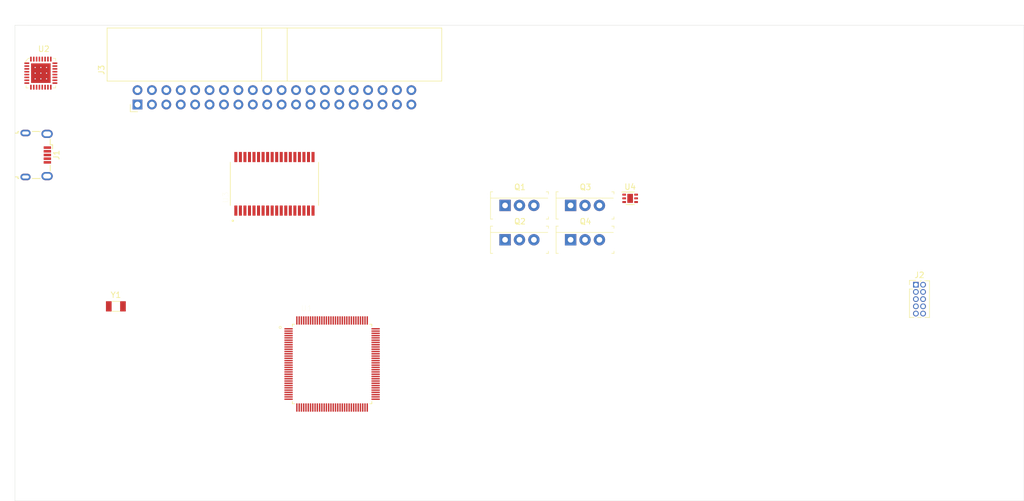
<source format=kicad_pcb>
(kicad_pcb (version 20171130) (host pcbnew 5.1.5)

  (general
    (thickness 1.6)
    (drawings 5)
    (tracks 0)
    (zones 0)
    (modules 12)
    (nets 205)
  )

  (page A4)
  (layers
    (0 F.Cu signal)
    (31 B.Cu signal)
    (32 B.Adhes user)
    (33 F.Adhes user)
    (34 B.Paste user)
    (35 F.Paste user)
    (36 B.SilkS user)
    (37 F.SilkS user)
    (38 B.Mask user)
    (39 F.Mask user)
    (40 Dwgs.User user)
    (41 Cmts.User user)
    (42 Eco1.User user)
    (43 Eco2.User user)
    (44 Edge.Cuts user)
    (45 Margin user)
    (46 B.CrtYd user)
    (47 F.CrtYd user)
    (48 B.Fab user)
    (49 F.Fab user)
  )

  (setup
    (last_trace_width 0.25)
    (trace_clearance 0.2)
    (zone_clearance 0.508)
    (zone_45_only no)
    (trace_min 0.2)
    (via_size 0.8)
    (via_drill 0.4)
    (via_min_size 0.4)
    (via_min_drill 0.3)
    (uvia_size 0.3)
    (uvia_drill 0.1)
    (uvias_allowed no)
    (uvia_min_size 0.2)
    (uvia_min_drill 0.1)
    (edge_width 0.05)
    (segment_width 0.2)
    (pcb_text_width 0.3)
    (pcb_text_size 1.5 1.5)
    (mod_edge_width 0.12)
    (mod_text_size 1 1)
    (mod_text_width 0.15)
    (pad_size 3.45 3.45)
    (pad_drill 0)
    (pad_to_mask_clearance 0.051)
    (solder_mask_min_width 0.25)
    (aux_axis_origin 0 0)
    (visible_elements 7FFFFFFF)
    (pcbplotparams
      (layerselection 0x010fc_ffffffff)
      (usegerberextensions false)
      (usegerberattributes false)
      (usegerberadvancedattributes false)
      (creategerberjobfile false)
      (excludeedgelayer true)
      (linewidth 0.100000)
      (plotframeref false)
      (viasonmask false)
      (mode 1)
      (useauxorigin false)
      (hpglpennumber 1)
      (hpglpenspeed 20)
      (hpglpendiameter 15.000000)
      (psnegative false)
      (psa4output false)
      (plotreference true)
      (plotvalue true)
      (plotinvisibletext false)
      (padsonsilk false)
      (subtractmaskfromsilk false)
      (outputformat 1)
      (mirror false)
      (drillshape 1)
      (scaleselection 1)
      (outputdirectory ""))
  )

  (net 0 "")
  (net 1 "Net-(J1-Pad4)")
  (net 2 "Net-(J2-Pad8)")
  (net 3 "Net-(J2-Pad7)")
  (net 4 "Net-(J2-Pad6)")
  (net 5 "Net-(J2-Pad3)")
  (net 6 "Net-(J2-Pad4)")
  (net 7 "Net-(J2-Pad2)")
  (net 8 "Net-(J2-Pad1)")
  (net 9 "Net-(J3-Pad40)")
  (net 10 "Net-(J3-Pad39)")
  (net 11 "Net-(J3-Pad38)")
  (net 12 "Net-(J3-Pad6)")
  (net 13 "Net-(U1-Pad95)")
  (net 14 "Net-(U1-Pad94)")
  (net 15 "Net-(U1-Pad93)")
  (net 16 "Net-(U1-Pad92)")
  (net 17 "Net-(U1-Pad89)")
  (net 18 "Net-(U1-Pad88)")
  (net 19 "Net-(U1-Pad87)")
  (net 20 "Net-(U1-Pad86)")
  (net 21 "Net-(U1-Pad85)")
  (net 22 "Net-(U1-Pad84)")
  (net 23 "Net-(U1-Pad83)")
  (net 24 "Net-(U1-Pad82)")
  (net 25 "Net-(U1-Pad81)")
  (net 26 "Net-(U1-Pad80)")
  (net 27 "Net-(U1-Pad77)")
  (net 28 "Net-(U1-Pad76)")
  (net 29 "Net-(U1-Pad75)")
  (net 30 "Net-(U1-Pad74)")
  (net 31 "Net-(U1-Pad73)")
  (net 32 "Net-(U1-Pad72)")
  (net 33 "Net-(U1-Pad71)")
  (net 34 "Net-(U1-Pad70)")
  (net 35 "Net-(U1-Pad69)")
  (net 36 "Net-(U1-Pad68)")
  (net 37 "Net-(U1-Pad32)")
  (net 38 "Net-(U1-Pad30)")
  (net 39 "Net-(U1-Pad29)")
  (net 40 "Net-(U1-Pad28)")
  (net 41 "Net-(U1-Pad27)")
  (net 42 "Net-(U1-Pad26)")
  (net 43 "Net-(U1-Pad24)")
  (net 44 "Net-(U1-Pad20)")
  (net 45 "Net-(U1-Pad19)")
  (net 46 "Net-(U1-Pad18)")
  (net 47 "Net-(U1-Pad17)")
  (net 48 "Net-(U1-Pad16)")
  (net 49 "Net-(U1-Pad15)")
  (net 50 "Net-(U1-Pad14)")
  (net 51 "Net-(U1-Pad13)")
  (net 52 "Net-(U1-Pad12)")
  (net 53 "Net-(U1-Pad11)")
  (net 54 "Net-(U1-Pad10)")
  (net 55 "Net-(U1-Pad9)")
  (net 56 "Net-(U1-Pad8)")
  (net 57 "Net-(U1-Pad7)")
  (net 58 "Net-(U1-Pad6)")
  (net 59 "Net-(U1-Pad5)")
  (net 60 "Net-(U1-Pad4)")
  (net 61 "Net-(U1-Pad3)")
  (net 62 "Net-(C1-Pad2)")
  (net 63 "Net-(U1-Pad127)")
  (net 64 "Net-(U1-Pad126)")
  (net 65 "Net-(U1-Pad125)")
  (net 66 "Net-(U1-Pad124)")
  (net 67 "Net-(U1-Pad123)")
  (net 68 "Net-(U1-Pad122)")
  (net 69 "Net-(U1-Pad121)")
  (net 70 "Net-(U1-Pad120)")
  (net 71 "Net-(U1-Pad119)")
  (net 72 "Net-(U1-Pad117)")
  (net 73 "Net-(U1-Pad116)")
  (net 74 "Net-(U1-Pad115)")
  (net 75 "Net-(U1-Pad114)")
  (net 76 "Net-(U1-Pad113)")
  (net 77 "Net-(U1-Pad112)")
  (net 78 "Net-(U1-Pad111)")
  (net 79 "Net-(U1-Pad110)")
  (net 80 "Net-(U1-Pad109)")
  (net 81 "Net-(U1-Pad108)")
  (net 82 "Net-(U1-Pad107)")
  (net 83 "Net-(U1-Pad105)")
  (net 84 "Net-(U1-Pad104)")
  (net 85 "Net-(U1-Pad103)")
  (net 86 "Net-(U1-Pad102)")
  (net 87 "Net-(U1-Pad99)")
  (net 88 "Net-(U1-Pad98)")
  (net 89 "Net-(U1-Pad61)")
  (net 90 "Net-(U1-Pad60)")
  (net 91 "Net-(U1-Pad59)")
  (net 92 "Net-(U1-Pad58)")
  (net 93 "Net-(U1-Pad57)")
  (net 94 "Net-(U1-Pad56)")
  (net 95 "Net-(U1-Pad55)")
  (net 96 "Net-(U1-Pad52)")
  (net 97 "Net-(U1-Pad51)")
  (net 98 "Net-(U1-Pad50)")
  (net 99 "Net-(U1-Pad49)")
  (net 100 "Net-(U1-Pad48)")
  (net 101 "Net-(U1-Pad47)")
  (net 102 "Net-(U1-Pad44)")
  (net 103 "Net-(U1-Pad43)")
  (net 104 "Net-(U1-Pad42)")
  (net 105 "Net-(U1-Pad41)")
  (net 106 "Net-(U1-Pad40)")
  (net 107 "Net-(U1-Pad39)")
  (net 108 "Net-(U1-Pad37)")
  (net 109 "Net-(U1-Pad36)")
  (net 110 "Net-(U1-Pad35)")
  (net 111 "Net-(U1-Pad34)")
  (net 112 "Net-(U1-Pad33)")
  (net 113 "Net-(U2-Pad32)")
  (net 114 "Net-(U2-Pad31)")
  (net 115 "Net-(U2-Pad29)")
  (net 116 "Net-(U2-Pad28)")
  (net 117 "Net-(U2-Pad27)")
  (net 118 "Net-(U2-Pad23)")
  (net 119 "Net-(U2-Pad22)")
  (net 120 "Net-(U2-Pad21)")
  (net 121 "Net-(U2-Pad18)")
  (net 122 "Net-(U2-Pad13)")
  (net 123 "Net-(U2-Pad12)")
  (net 124 "Net-(U2-Pad11)")
  (net 125 "Net-(U2-Pad10)")
  (net 126 "Net-(U2-Pad8)")
  (net 127 "Net-(U2-Pad7)")
  (net 128 "Net-(U2-Pad6)")
  (net 129 "Net-(U2-Pad5)")
  (net 130 "Net-(U2-Pad3)")
  (net 131 "Net-(U2-Pad25)")
  (net 132 g_3v3)
  (net 133 "Net-(U3-Pad32)")
  (net 134 "Net-(U3-Pad31)")
  (net 135 "Net-(U3-Pad30)")
  (net 136 "Net-(U3-Pad29)")
  (net 137 GND)
  (net 138 "Net-(R1-Pad1)")
  (net 139 /s_USB_INTF.sch/USB_D+)
  (net 140 /s_USB_INTF.sch/USB_D-)
  (net 141 "Net-(C2-Pad1)")
  (net 142 "Net-(C5-Pad2)")
  (net 143 "Net-(C4-Pad2)")
  (net 144 /DEBUG_RX)
  (net 145 /DEBUG_TX)
  (net 146 /s_SCREEN_INTF/TFT_STB)
  (net 147 /s_SCREEN_INTF/D23)
  (net 148 /s_SCREEN_INTF/D22)
  (net 149 /s_SCREEN_INTF/D21)
  (net 150 /s_SCREEN_INTF/D20)
  (net 151 /s_SCREEN_INTF/D19)
  (net 152 /s_SCREEN_INTF/D18)
  (net 153 /s_SCREEN_INTF/D17)
  (net 154 /s_SCREEN_INTF/D16)
  (net 155 /s_SCREEN_INTF/D15)
  (net 156 /s_SCREEN_INTF/D14)
  (net 157 /s_SCREEN_INTF/D13)
  (net 158 /s_SCREEN_INTF/D12)
  (net 159 /s_SCREEN_INTF/D11)
  (net 160 /s_SCREEN_INTF/D10)
  (net 161 /s_SCREEN_INTF/D9)
  (net 162 /s_SCREEN_INTF/D8)
  (net 163 /s_SCREEN_INTF/D7)
  (net 164 /s_SCREEN_INTF/D6)
  (net 165 /s_SCREEN_INTF/D5)
  (net 166 /s_SCREEN_INTF/D4)
  (net 167 /s_SCREEN_INTF/D3)
  (net 168 /s_SCREEN_INTF/D2)
  (net 169 /s_SCREEN_INTF/D1)
  (net 170 /s_SCREEN_INTF/D0)
  (net 171 /s_SCREEN_INTF/TFT_TE)
  (net 172 /s_SCREEN_INTF/~TFT_RD)
  (net 173 /s_SCREEN_INTF/~TFT_WR)
  (net 174 /s_SCREEN_INTF/TFT_RSDC)
  (net 175 /s_SCREEN_INTF/~TFT_RST)
  (net 176 /s_SCREEN_INTF/TFT_TOUCH_INT)
  (net 177 /s_SCREEN_INTF/~IO_EXPANDER_CS)
  (net 178 "Net-(J2-Pad10)")
  (net 179 "Net-(J2-Pad9)")
  (net 180 "Net-(C7-Pad1)")
  (net 181 /~TFT_CS)
  (net 182 /MASTER_I2C_SDA)
  (net 183 /MASTER_I2C_SCL)
  (net 184 /s_Power/USB_5v)
  (net 185 "Net-(Q1-Pad2)")
  (net 186 "Net-(Q1-Pad1)")
  (net 187 /s_Power/USB_3v3)
  (net 188 "Net-(Q2-Pad2)")
  (net 189 "Net-(Q2-Pad1)")
  (net 190 "Net-(Q3-Pad2)")
  (net 191 "Net-(Q3-Pad1)")
  (net 192 "Net-(Q4-Pad2)")
  (net 193 "Net-(Q4-Pad1)")
  (net 194 /MASTER_SPI_MISO)
  (net 195 /MASTER_SPI_CLK)
  (net 196 /s_USB_INTF.sch/FTDI_5V)
  (net 197 /s_USB_INTF.sch/FTDI_3V3)
  (net 198 /MASTER_SPI_MOSI)
  (net 199 "Net-(U4-Pad6)")
  (net 200 "Net-(U4-Pad5)")
  (net 201 "Net-(U4-Pad4)")
  (net 202 "Net-(U4-Pad3)")
  (net 203 "Net-(U4-Pad2)")
  (net 204 "Net-(U4-Pad1)")

  (net_class Default "This is the default net class."
    (clearance 0.2)
    (trace_width 0.25)
    (via_dia 0.8)
    (via_drill 0.4)
    (uvia_dia 0.3)
    (uvia_drill 0.1)
    (add_net /DEBUG_RX)
    (add_net /DEBUG_TX)
    (add_net /MASTER_I2C_SCL)
    (add_net /MASTER_I2C_SDA)
    (add_net /MASTER_SPI_CLK)
    (add_net /MASTER_SPI_MISO)
    (add_net /MASTER_SPI_MOSI)
    (add_net /s_Power/USB_3v3)
    (add_net /s_Power/USB_5v)
    (add_net /s_SCREEN_INTF/D0)
    (add_net /s_SCREEN_INTF/D1)
    (add_net /s_SCREEN_INTF/D10)
    (add_net /s_SCREEN_INTF/D11)
    (add_net /s_SCREEN_INTF/D12)
    (add_net /s_SCREEN_INTF/D13)
    (add_net /s_SCREEN_INTF/D14)
    (add_net /s_SCREEN_INTF/D15)
    (add_net /s_SCREEN_INTF/D16)
    (add_net /s_SCREEN_INTF/D17)
    (add_net /s_SCREEN_INTF/D18)
    (add_net /s_SCREEN_INTF/D19)
    (add_net /s_SCREEN_INTF/D2)
    (add_net /s_SCREEN_INTF/D20)
    (add_net /s_SCREEN_INTF/D21)
    (add_net /s_SCREEN_INTF/D22)
    (add_net /s_SCREEN_INTF/D23)
    (add_net /s_SCREEN_INTF/D3)
    (add_net /s_SCREEN_INTF/D4)
    (add_net /s_SCREEN_INTF/D5)
    (add_net /s_SCREEN_INTF/D6)
    (add_net /s_SCREEN_INTF/D7)
    (add_net /s_SCREEN_INTF/D8)
    (add_net /s_SCREEN_INTF/D9)
    (add_net /s_SCREEN_INTF/TFT_RSDC)
    (add_net /s_SCREEN_INTF/TFT_STB)
    (add_net /s_SCREEN_INTF/TFT_TE)
    (add_net /s_SCREEN_INTF/TFT_TOUCH_INT)
    (add_net /s_SCREEN_INTF/~IO_EXPANDER_CS)
    (add_net /s_SCREEN_INTF/~TFT_RD)
    (add_net /s_SCREEN_INTF/~TFT_RST)
    (add_net /s_SCREEN_INTF/~TFT_WR)
    (add_net /s_USB_INTF.sch/FTDI_3V3)
    (add_net /s_USB_INTF.sch/FTDI_5V)
    (add_net /s_USB_INTF.sch/USB_D+)
    (add_net /s_USB_INTF.sch/USB_D-)
    (add_net /~TFT_CS)
    (add_net GND)
    (add_net "Net-(C1-Pad2)")
    (add_net "Net-(C2-Pad1)")
    (add_net "Net-(C4-Pad2)")
    (add_net "Net-(C5-Pad2)")
    (add_net "Net-(C7-Pad1)")
    (add_net "Net-(J1-Pad4)")
    (add_net "Net-(J2-Pad1)")
    (add_net "Net-(J2-Pad10)")
    (add_net "Net-(J2-Pad2)")
    (add_net "Net-(J2-Pad3)")
    (add_net "Net-(J2-Pad4)")
    (add_net "Net-(J2-Pad6)")
    (add_net "Net-(J2-Pad7)")
    (add_net "Net-(J2-Pad8)")
    (add_net "Net-(J2-Pad9)")
    (add_net "Net-(J3-Pad38)")
    (add_net "Net-(J3-Pad39)")
    (add_net "Net-(J3-Pad40)")
    (add_net "Net-(J3-Pad6)")
    (add_net "Net-(Q1-Pad1)")
    (add_net "Net-(Q1-Pad2)")
    (add_net "Net-(Q2-Pad1)")
    (add_net "Net-(Q2-Pad2)")
    (add_net "Net-(Q3-Pad1)")
    (add_net "Net-(Q3-Pad2)")
    (add_net "Net-(Q4-Pad1)")
    (add_net "Net-(Q4-Pad2)")
    (add_net "Net-(R1-Pad1)")
    (add_net "Net-(U1-Pad10)")
    (add_net "Net-(U1-Pad102)")
    (add_net "Net-(U1-Pad103)")
    (add_net "Net-(U1-Pad104)")
    (add_net "Net-(U1-Pad105)")
    (add_net "Net-(U1-Pad107)")
    (add_net "Net-(U1-Pad108)")
    (add_net "Net-(U1-Pad109)")
    (add_net "Net-(U1-Pad11)")
    (add_net "Net-(U1-Pad110)")
    (add_net "Net-(U1-Pad111)")
    (add_net "Net-(U1-Pad112)")
    (add_net "Net-(U1-Pad113)")
    (add_net "Net-(U1-Pad114)")
    (add_net "Net-(U1-Pad115)")
    (add_net "Net-(U1-Pad116)")
    (add_net "Net-(U1-Pad117)")
    (add_net "Net-(U1-Pad119)")
    (add_net "Net-(U1-Pad12)")
    (add_net "Net-(U1-Pad120)")
    (add_net "Net-(U1-Pad121)")
    (add_net "Net-(U1-Pad122)")
    (add_net "Net-(U1-Pad123)")
    (add_net "Net-(U1-Pad124)")
    (add_net "Net-(U1-Pad125)")
    (add_net "Net-(U1-Pad126)")
    (add_net "Net-(U1-Pad127)")
    (add_net "Net-(U1-Pad13)")
    (add_net "Net-(U1-Pad14)")
    (add_net "Net-(U1-Pad15)")
    (add_net "Net-(U1-Pad16)")
    (add_net "Net-(U1-Pad17)")
    (add_net "Net-(U1-Pad18)")
    (add_net "Net-(U1-Pad19)")
    (add_net "Net-(U1-Pad20)")
    (add_net "Net-(U1-Pad24)")
    (add_net "Net-(U1-Pad26)")
    (add_net "Net-(U1-Pad27)")
    (add_net "Net-(U1-Pad28)")
    (add_net "Net-(U1-Pad29)")
    (add_net "Net-(U1-Pad3)")
    (add_net "Net-(U1-Pad30)")
    (add_net "Net-(U1-Pad32)")
    (add_net "Net-(U1-Pad33)")
    (add_net "Net-(U1-Pad34)")
    (add_net "Net-(U1-Pad35)")
    (add_net "Net-(U1-Pad36)")
    (add_net "Net-(U1-Pad37)")
    (add_net "Net-(U1-Pad39)")
    (add_net "Net-(U1-Pad4)")
    (add_net "Net-(U1-Pad40)")
    (add_net "Net-(U1-Pad41)")
    (add_net "Net-(U1-Pad42)")
    (add_net "Net-(U1-Pad43)")
    (add_net "Net-(U1-Pad44)")
    (add_net "Net-(U1-Pad47)")
    (add_net "Net-(U1-Pad48)")
    (add_net "Net-(U1-Pad49)")
    (add_net "Net-(U1-Pad5)")
    (add_net "Net-(U1-Pad50)")
    (add_net "Net-(U1-Pad51)")
    (add_net "Net-(U1-Pad52)")
    (add_net "Net-(U1-Pad55)")
    (add_net "Net-(U1-Pad56)")
    (add_net "Net-(U1-Pad57)")
    (add_net "Net-(U1-Pad58)")
    (add_net "Net-(U1-Pad59)")
    (add_net "Net-(U1-Pad6)")
    (add_net "Net-(U1-Pad60)")
    (add_net "Net-(U1-Pad61)")
    (add_net "Net-(U1-Pad68)")
    (add_net "Net-(U1-Pad69)")
    (add_net "Net-(U1-Pad7)")
    (add_net "Net-(U1-Pad70)")
    (add_net "Net-(U1-Pad71)")
    (add_net "Net-(U1-Pad72)")
    (add_net "Net-(U1-Pad73)")
    (add_net "Net-(U1-Pad74)")
    (add_net "Net-(U1-Pad75)")
    (add_net "Net-(U1-Pad76)")
    (add_net "Net-(U1-Pad77)")
    (add_net "Net-(U1-Pad8)")
    (add_net "Net-(U1-Pad80)")
    (add_net "Net-(U1-Pad81)")
    (add_net "Net-(U1-Pad82)")
    (add_net "Net-(U1-Pad83)")
    (add_net "Net-(U1-Pad84)")
    (add_net "Net-(U1-Pad85)")
    (add_net "Net-(U1-Pad86)")
    (add_net "Net-(U1-Pad87)")
    (add_net "Net-(U1-Pad88)")
    (add_net "Net-(U1-Pad89)")
    (add_net "Net-(U1-Pad9)")
    (add_net "Net-(U1-Pad92)")
    (add_net "Net-(U1-Pad93)")
    (add_net "Net-(U1-Pad94)")
    (add_net "Net-(U1-Pad95)")
    (add_net "Net-(U1-Pad98)")
    (add_net "Net-(U1-Pad99)")
    (add_net "Net-(U2-Pad10)")
    (add_net "Net-(U2-Pad11)")
    (add_net "Net-(U2-Pad12)")
    (add_net "Net-(U2-Pad13)")
    (add_net "Net-(U2-Pad18)")
    (add_net "Net-(U2-Pad21)")
    (add_net "Net-(U2-Pad22)")
    (add_net "Net-(U2-Pad23)")
    (add_net "Net-(U2-Pad25)")
    (add_net "Net-(U2-Pad27)")
    (add_net "Net-(U2-Pad28)")
    (add_net "Net-(U2-Pad29)")
    (add_net "Net-(U2-Pad3)")
    (add_net "Net-(U2-Pad31)")
    (add_net "Net-(U2-Pad32)")
    (add_net "Net-(U2-Pad5)")
    (add_net "Net-(U2-Pad6)")
    (add_net "Net-(U2-Pad7)")
    (add_net "Net-(U2-Pad8)")
    (add_net "Net-(U3-Pad29)")
    (add_net "Net-(U3-Pad30)")
    (add_net "Net-(U3-Pad31)")
    (add_net "Net-(U3-Pad32)")
    (add_net "Net-(U4-Pad1)")
    (add_net "Net-(U4-Pad2)")
    (add_net "Net-(U4-Pad3)")
    (add_net "Net-(U4-Pad4)")
    (add_net "Net-(U4-Pad5)")
    (add_net "Net-(U4-Pad6)")
    (add_net g_3v3)
  )

  (module Package_DFN_QFN:DFN-6-1EP_2x2mm_P0.65mm_EP1x1.6mm (layer F.Cu) (tedit 5A64E13E) (tstamp 5E7A9FEB)
    (at 159.2 81.3)
    (descr "6-Lead Plastic Dual Flat, No Lead Package (MA) - 2x2x0.9 mm Body [DFN] (see Microchip Packaging Specification 00000049BS.pdf)")
    (tags "DFN 0.65")
    (path /5E7872D3/5E7F2428)
    (attr smd)
    (fp_text reference U4 (at 0 -2.025) (layer F.SilkS)
      (effects (font (size 1 1) (thickness 0.15)))
    )
    (fp_text value NCP349MNAETBG (at 0 2.025) (layer F.Fab)
      (effects (font (size 1 1) (thickness 0.15)))
    )
    (fp_line (start -1.45 -1.1) (end 0.725 -1.1) (layer F.SilkS) (width 0.15))
    (fp_line (start -0.725 1.1) (end 0.725 1.1) (layer F.SilkS) (width 0.15))
    (fp_line (start -1.65 1.25) (end 1.65 1.25) (layer F.CrtYd) (width 0.05))
    (fp_line (start -1.65 -1.25) (end 1.65 -1.25) (layer F.CrtYd) (width 0.05))
    (fp_line (start 1.65 -1.25) (end 1.65 1.25) (layer F.CrtYd) (width 0.05))
    (fp_line (start -1.65 -1.25) (end -1.65 1.25) (layer F.CrtYd) (width 0.05))
    (fp_line (start -1 0) (end 0 -1) (layer F.Fab) (width 0.15))
    (fp_line (start -1 1) (end -1 0) (layer F.Fab) (width 0.15))
    (fp_line (start 1 1) (end -1 1) (layer F.Fab) (width 0.15))
    (fp_line (start 1 -1) (end 1 1) (layer F.Fab) (width 0.15))
    (fp_line (start 0 -1) (end 1 -1) (layer F.Fab) (width 0.15))
    (fp_text user %R (at 0 0) (layer F.Fab)
      (effects (font (size 0.5 0.5) (thickness 0.075)))
    )
    (pad "" smd rect (at 0 0.4) (size 0.82 0.63) (layers F.Paste))
    (pad "" smd rect (at 0 -0.4) (size 0.82 0.63) (layers F.Paste))
    (pad 7 smd rect (at 0 0) (size 1 1.6) (layers F.Cu F.Mask))
    (pad 6 smd rect (at 1.05 -0.65) (size 0.65 0.35) (layers F.Cu F.Paste F.Mask)
      (net 199 "Net-(U4-Pad6)"))
    (pad 5 smd rect (at 1.05 0) (size 0.65 0.35) (layers F.Cu F.Paste F.Mask)
      (net 200 "Net-(U4-Pad5)"))
    (pad 4 smd rect (at 1.05 0.65) (size 0.65 0.35) (layers F.Cu F.Paste F.Mask)
      (net 201 "Net-(U4-Pad4)"))
    (pad 3 smd rect (at -1.05 0.65) (size 0.65 0.35) (layers F.Cu F.Paste F.Mask)
      (net 202 "Net-(U4-Pad3)"))
    (pad 2 smd rect (at -1.05 0) (size 0.65 0.35) (layers F.Cu F.Paste F.Mask)
      (net 203 "Net-(U4-Pad2)"))
    (pad 1 smd rect (at -1.05 -0.65) (size 0.65 0.35) (layers F.Cu F.Paste F.Mask)
      (net 204 "Net-(U4-Pad1)"))
    (model ${KISYS3DMOD}/Package_DFN_QFN.3dshapes/DFN-6-1EP_2x2mm_P0.65mm_EP1x1.6mm.wrl
      (at (xyz 0 0 0))
      (scale (xyz 1 1 1))
      (rotate (xyz 0 0 0))
    )
  )

  (module digikey-footprints:TO-220-3 (layer F.Cu) (tedit 5AFA02CB) (tstamp 5E7A9DC0)
    (at 148.71 88.6)
    (descr http://www.st.com/content/ccc/resource/technical/document/datasheet/f9/ed/f5/44/26/b9/43/a4/CD00000911.pdf/files/CD00000911.pdf/jcr:content/translations/en.CD00000911.pdf)
    (path /5E7872D3/5E8A50ED)
    (fp_text reference Q4 (at 2.62 -3.22) (layer F.SilkS)
      (effects (font (size 1 1) (thickness 0.15)))
    )
    (fp_text value "Alt PFET_B" (at 2.27 3.63) (layer F.Fab)
      (effects (font (size 1 1) (thickness 0.15)))
    )
    (fp_line (start -2.46 2.25) (end 7.54 2.25) (layer F.Fab) (width 0.1))
    (fp_line (start -2.46 -2.25) (end 7.54 -2.25) (layer F.Fab) (width 0.1))
    (fp_line (start -2.46 -2.25) (end -2.46 2.25) (layer F.Fab) (width 0.1))
    (fp_line (start 7.54 2.25) (end 7.54 -2.25) (layer F.Fab) (width 0.1))
    (fp_text user %R (at 2.52 -0.01) (layer F.Fab)
      (effects (font (size 1 1) (thickness 0.15)))
    )
    (fp_line (start 7.64 -2.4) (end 7.64 -2) (layer F.SilkS) (width 0.1))
    (fp_line (start 7.24 -2.4) (end 7.64 -2.4) (layer F.SilkS) (width 0.1))
    (fp_line (start -2.56 -2.4) (end -2.16 -2.4) (layer F.SilkS) (width 0.1))
    (fp_line (start -2.56 -2.4) (end -2.56 -2) (layer F.SilkS) (width 0.1))
    (fp_line (start -2.56 2.4) (end -2.16 2.4) (layer F.SilkS) (width 0.1))
    (fp_line (start -2.56 2.4) (end -2.56 -2) (layer F.SilkS) (width 0.1))
    (fp_line (start 7.64 2.4) (end 7.24 2.4) (layer F.SilkS) (width 0.1))
    (fp_line (start 7.64 2.4) (end 7.64 2) (layer F.SilkS) (width 0.1))
    (fp_line (start 7.79 -2.5) (end 7.79 2.5) (layer F.CrtYd) (width 0.05))
    (fp_line (start -2.71 -2.5) (end -2.71 2.5) (layer F.CrtYd) (width 0.05))
    (fp_line (start -2.71 -2.5) (end 7.79 -2.5) (layer F.CrtYd) (width 0.05))
    (fp_line (start -2.71 2.5) (end 7.79 2.5) (layer F.CrtYd) (width 0.05))
    (fp_line (start -2.45 -1.3) (end 7.54 -1.3) (layer F.Fab) (width 0.1))
    (fp_line (start -2.56 -1.29) (end 7.54 -1.29) (layer F.SilkS) (width 0.1))
    (pad 3 thru_hole circle (at 5.08 0) (size 2 2) (drill 1) (layers *.Cu *.Mask)
      (net 188 "Net-(Q2-Pad2)"))
    (pad 2 thru_hole circle (at 2.54 0) (size 2 2) (drill 1) (layers *.Cu *.Mask)
      (net 192 "Net-(Q4-Pad2)"))
    (pad 1 thru_hole rect (at 0 0) (size 2 2) (drill 1) (layers *.Cu *.Mask)
      (net 193 "Net-(Q4-Pad1)"))
  )

  (module digikey-footprints:TO-220-3 (layer F.Cu) (tedit 5AFA02CB) (tstamp 5E7A9DA6)
    (at 148.71 82.55)
    (descr http://www.st.com/content/ccc/resource/technical/document/datasheet/f9/ed/f5/44/26/b9/43/a4/CD00000911.pdf/files/CD00000911.pdf/jcr:content/translations/en.CD00000911.pdf)
    (path /5E7872D3/5E8A432B)
    (fp_text reference Q3 (at 2.62 -3.22) (layer F.SilkS)
      (effects (font (size 1 1) (thickness 0.15)))
    )
    (fp_text value "Default PFET_B" (at 2.27 3.63) (layer F.Fab)
      (effects (font (size 1 1) (thickness 0.15)))
    )
    (fp_line (start -2.46 2.25) (end 7.54 2.25) (layer F.Fab) (width 0.1))
    (fp_line (start -2.46 -2.25) (end 7.54 -2.25) (layer F.Fab) (width 0.1))
    (fp_line (start -2.46 -2.25) (end -2.46 2.25) (layer F.Fab) (width 0.1))
    (fp_line (start 7.54 2.25) (end 7.54 -2.25) (layer F.Fab) (width 0.1))
    (fp_text user %R (at 2.52 -0.01) (layer F.Fab)
      (effects (font (size 1 1) (thickness 0.15)))
    )
    (fp_line (start 7.64 -2.4) (end 7.64 -2) (layer F.SilkS) (width 0.1))
    (fp_line (start 7.24 -2.4) (end 7.64 -2.4) (layer F.SilkS) (width 0.1))
    (fp_line (start -2.56 -2.4) (end -2.16 -2.4) (layer F.SilkS) (width 0.1))
    (fp_line (start -2.56 -2.4) (end -2.56 -2) (layer F.SilkS) (width 0.1))
    (fp_line (start -2.56 2.4) (end -2.16 2.4) (layer F.SilkS) (width 0.1))
    (fp_line (start -2.56 2.4) (end -2.56 -2) (layer F.SilkS) (width 0.1))
    (fp_line (start 7.64 2.4) (end 7.24 2.4) (layer F.SilkS) (width 0.1))
    (fp_line (start 7.64 2.4) (end 7.64 2) (layer F.SilkS) (width 0.1))
    (fp_line (start 7.79 -2.5) (end 7.79 2.5) (layer F.CrtYd) (width 0.05))
    (fp_line (start -2.71 -2.5) (end -2.71 2.5) (layer F.CrtYd) (width 0.05))
    (fp_line (start -2.71 -2.5) (end 7.79 -2.5) (layer F.CrtYd) (width 0.05))
    (fp_line (start -2.71 2.5) (end 7.79 2.5) (layer F.CrtYd) (width 0.05))
    (fp_line (start -2.45 -1.3) (end 7.54 -1.3) (layer F.Fab) (width 0.1))
    (fp_line (start -2.56 -1.29) (end 7.54 -1.29) (layer F.SilkS) (width 0.1))
    (pad 3 thru_hole circle (at 5.08 0) (size 2 2) (drill 1) (layers *.Cu *.Mask)
      (net 185 "Net-(Q1-Pad2)"))
    (pad 2 thru_hole circle (at 2.54 0) (size 2 2) (drill 1) (layers *.Cu *.Mask)
      (net 190 "Net-(Q3-Pad2)"))
    (pad 1 thru_hole rect (at 0 0) (size 2 2) (drill 1) (layers *.Cu *.Mask)
      (net 191 "Net-(Q3-Pad1)"))
  )

  (module digikey-footprints:TO-220-3 (layer F.Cu) (tedit 5AFA02CB) (tstamp 5E7A9D8C)
    (at 137.16 88.6)
    (descr http://www.st.com/content/ccc/resource/technical/document/datasheet/f9/ed/f5/44/26/b9/43/a4/CD00000911.pdf/files/CD00000911.pdf/jcr:content/translations/en.CD00000911.pdf)
    (path /5E7872D3/5E8A4958)
    (fp_text reference Q2 (at 2.62 -3.22) (layer F.SilkS)
      (effects (font (size 1 1) (thickness 0.15)))
    )
    (fp_text value "Alt PFET_A" (at 2.27 3.63) (layer F.Fab)
      (effects (font (size 1 1) (thickness 0.15)))
    )
    (fp_line (start -2.46 2.25) (end 7.54 2.25) (layer F.Fab) (width 0.1))
    (fp_line (start -2.46 -2.25) (end 7.54 -2.25) (layer F.Fab) (width 0.1))
    (fp_line (start -2.46 -2.25) (end -2.46 2.25) (layer F.Fab) (width 0.1))
    (fp_line (start 7.54 2.25) (end 7.54 -2.25) (layer F.Fab) (width 0.1))
    (fp_text user %R (at 2.52 -0.01) (layer F.Fab)
      (effects (font (size 1 1) (thickness 0.15)))
    )
    (fp_line (start 7.64 -2.4) (end 7.64 -2) (layer F.SilkS) (width 0.1))
    (fp_line (start 7.24 -2.4) (end 7.64 -2.4) (layer F.SilkS) (width 0.1))
    (fp_line (start -2.56 -2.4) (end -2.16 -2.4) (layer F.SilkS) (width 0.1))
    (fp_line (start -2.56 -2.4) (end -2.56 -2) (layer F.SilkS) (width 0.1))
    (fp_line (start -2.56 2.4) (end -2.16 2.4) (layer F.SilkS) (width 0.1))
    (fp_line (start -2.56 2.4) (end -2.56 -2) (layer F.SilkS) (width 0.1))
    (fp_line (start 7.64 2.4) (end 7.24 2.4) (layer F.SilkS) (width 0.1))
    (fp_line (start 7.64 2.4) (end 7.64 2) (layer F.SilkS) (width 0.1))
    (fp_line (start 7.79 -2.5) (end 7.79 2.5) (layer F.CrtYd) (width 0.05))
    (fp_line (start -2.71 -2.5) (end -2.71 2.5) (layer F.CrtYd) (width 0.05))
    (fp_line (start -2.71 -2.5) (end 7.79 -2.5) (layer F.CrtYd) (width 0.05))
    (fp_line (start -2.71 2.5) (end 7.79 2.5) (layer F.CrtYd) (width 0.05))
    (fp_line (start -2.45 -1.3) (end 7.54 -1.3) (layer F.Fab) (width 0.1))
    (fp_line (start -2.56 -1.29) (end 7.54 -1.29) (layer F.SilkS) (width 0.1))
    (pad 3 thru_hole circle (at 5.08 0) (size 2 2) (drill 1) (layers *.Cu *.Mask)
      (net 187 /s_Power/USB_3v3))
    (pad 2 thru_hole circle (at 2.54 0) (size 2 2) (drill 1) (layers *.Cu *.Mask)
      (net 188 "Net-(Q2-Pad2)"))
    (pad 1 thru_hole rect (at 0 0) (size 2 2) (drill 1) (layers *.Cu *.Mask)
      (net 189 "Net-(Q2-Pad1)"))
  )

  (module digikey-footprints:TO-220-3 (layer F.Cu) (tedit 5AFA02CB) (tstamp 5E7A9D72)
    (at 137.16 82.55)
    (descr http://www.st.com/content/ccc/resource/technical/document/datasheet/f9/ed/f5/44/26/b9/43/a4/CD00000911.pdf/files/CD00000911.pdf/jcr:content/translations/en.CD00000911.pdf)
    (path /5E7872D3/5E8A113D)
    (fp_text reference Q1 (at 2.62 -3.22) (layer F.SilkS)
      (effects (font (size 1 1) (thickness 0.15)))
    )
    (fp_text value "Default PFET_A" (at 2.27 3.63) (layer F.Fab)
      (effects (font (size 1 1) (thickness 0.15)))
    )
    (fp_line (start -2.46 2.25) (end 7.54 2.25) (layer F.Fab) (width 0.1))
    (fp_line (start -2.46 -2.25) (end 7.54 -2.25) (layer F.Fab) (width 0.1))
    (fp_line (start -2.46 -2.25) (end -2.46 2.25) (layer F.Fab) (width 0.1))
    (fp_line (start 7.54 2.25) (end 7.54 -2.25) (layer F.Fab) (width 0.1))
    (fp_text user %R (at 2.52 -0.01) (layer F.Fab)
      (effects (font (size 1 1) (thickness 0.15)))
    )
    (fp_line (start 7.64 -2.4) (end 7.64 -2) (layer F.SilkS) (width 0.1))
    (fp_line (start 7.24 -2.4) (end 7.64 -2.4) (layer F.SilkS) (width 0.1))
    (fp_line (start -2.56 -2.4) (end -2.16 -2.4) (layer F.SilkS) (width 0.1))
    (fp_line (start -2.56 -2.4) (end -2.56 -2) (layer F.SilkS) (width 0.1))
    (fp_line (start -2.56 2.4) (end -2.16 2.4) (layer F.SilkS) (width 0.1))
    (fp_line (start -2.56 2.4) (end -2.56 -2) (layer F.SilkS) (width 0.1))
    (fp_line (start 7.64 2.4) (end 7.24 2.4) (layer F.SilkS) (width 0.1))
    (fp_line (start 7.64 2.4) (end 7.64 2) (layer F.SilkS) (width 0.1))
    (fp_line (start 7.79 -2.5) (end 7.79 2.5) (layer F.CrtYd) (width 0.05))
    (fp_line (start -2.71 -2.5) (end -2.71 2.5) (layer F.CrtYd) (width 0.05))
    (fp_line (start -2.71 -2.5) (end 7.79 -2.5) (layer F.CrtYd) (width 0.05))
    (fp_line (start -2.71 2.5) (end 7.79 2.5) (layer F.CrtYd) (width 0.05))
    (fp_line (start -2.45 -1.3) (end 7.54 -1.3) (layer F.Fab) (width 0.1))
    (fp_line (start -2.56 -1.29) (end 7.54 -1.29) (layer F.SilkS) (width 0.1))
    (pad 3 thru_hole circle (at 5.08 0) (size 2 2) (drill 1) (layers *.Cu *.Mask)
      (net 184 /s_Power/USB_5v))
    (pad 2 thru_hole circle (at 2.54 0) (size 2 2) (drill 1) (layers *.Cu *.Mask)
      (net 185 "Net-(Q1-Pad2)"))
    (pad 1 thru_hole rect (at 0 0) (size 2 2) (drill 1) (layers *.Cu *.Mask)
      (net 186 "Net-(Q1-Pad1)"))
  )

  (module Connector_PinHeader_1.27mm:PinHeader_2x05_P1.27mm_Vertical (layer F.Cu) (tedit 59FED6E3) (tstamp 5E75429F)
    (at 209.55 96.52)
    (descr "Through hole straight pin header, 2x05, 1.27mm pitch, double rows")
    (tags "Through hole pin header THT 2x05 1.27mm double row")
    (path /5E805E4F/5EA1E350)
    (fp_text reference J2 (at 0.635 -1.695) (layer F.SilkS)
      (effects (font (size 1 1) (thickness 0.15)))
    )
    (fp_text value Conn_ARM_JTAG_SWD_10 (at 0.635 6.775) (layer F.Fab)
      (effects (font (size 1 1) (thickness 0.15)))
    )
    (fp_text user %R (at 0.635 2.54 90) (layer F.Fab)
      (effects (font (size 1 1) (thickness 0.15)))
    )
    (fp_line (start 2.85 -1.15) (end -1.6 -1.15) (layer F.CrtYd) (width 0.05))
    (fp_line (start 2.85 6.25) (end 2.85 -1.15) (layer F.CrtYd) (width 0.05))
    (fp_line (start -1.6 6.25) (end 2.85 6.25) (layer F.CrtYd) (width 0.05))
    (fp_line (start -1.6 -1.15) (end -1.6 6.25) (layer F.CrtYd) (width 0.05))
    (fp_line (start -1.13 -0.76) (end 0 -0.76) (layer F.SilkS) (width 0.12))
    (fp_line (start -1.13 0) (end -1.13 -0.76) (layer F.SilkS) (width 0.12))
    (fp_line (start 1.57753 -0.695) (end 2.4 -0.695) (layer F.SilkS) (width 0.12))
    (fp_line (start 0.76 -0.695) (end 0.96247 -0.695) (layer F.SilkS) (width 0.12))
    (fp_line (start 0.76 -0.563471) (end 0.76 -0.695) (layer F.SilkS) (width 0.12))
    (fp_line (start 0.76 0.706529) (end 0.76 0.563471) (layer F.SilkS) (width 0.12))
    (fp_line (start 0.563471 0.76) (end 0.706529 0.76) (layer F.SilkS) (width 0.12))
    (fp_line (start -1.13 0.76) (end -0.563471 0.76) (layer F.SilkS) (width 0.12))
    (fp_line (start 2.4 -0.695) (end 2.4 5.775) (layer F.SilkS) (width 0.12))
    (fp_line (start -1.13 0.76) (end -1.13 5.775) (layer F.SilkS) (width 0.12))
    (fp_line (start 0.30753 5.775) (end 0.96247 5.775) (layer F.SilkS) (width 0.12))
    (fp_line (start 1.57753 5.775) (end 2.4 5.775) (layer F.SilkS) (width 0.12))
    (fp_line (start -1.13 5.775) (end -0.30753 5.775) (layer F.SilkS) (width 0.12))
    (fp_line (start -1.07 0.2175) (end -0.2175 -0.635) (layer F.Fab) (width 0.1))
    (fp_line (start -1.07 5.715) (end -1.07 0.2175) (layer F.Fab) (width 0.1))
    (fp_line (start 2.34 5.715) (end -1.07 5.715) (layer F.Fab) (width 0.1))
    (fp_line (start 2.34 -0.635) (end 2.34 5.715) (layer F.Fab) (width 0.1))
    (fp_line (start -0.2175 -0.635) (end 2.34 -0.635) (layer F.Fab) (width 0.1))
    (pad 10 thru_hole oval (at 1.27 5.08) (size 1 1) (drill 0.65) (layers *.Cu *.Mask)
      (net 178 "Net-(J2-Pad10)"))
    (pad 9 thru_hole oval (at 0 5.08) (size 1 1) (drill 0.65) (layers *.Cu *.Mask)
      (net 179 "Net-(J2-Pad9)"))
    (pad 8 thru_hole oval (at 1.27 3.81) (size 1 1) (drill 0.65) (layers *.Cu *.Mask)
      (net 2 "Net-(J2-Pad8)"))
    (pad 7 thru_hole oval (at 0 3.81) (size 1 1) (drill 0.65) (layers *.Cu *.Mask)
      (net 3 "Net-(J2-Pad7)"))
    (pad 6 thru_hole oval (at 1.27 2.54) (size 1 1) (drill 0.65) (layers *.Cu *.Mask)
      (net 4 "Net-(J2-Pad6)"))
    (pad 5 thru_hole oval (at 0 2.54) (size 1 1) (drill 0.65) (layers *.Cu *.Mask)
      (net 5 "Net-(J2-Pad3)"))
    (pad 4 thru_hole oval (at 1.27 1.27) (size 1 1) (drill 0.65) (layers *.Cu *.Mask)
      (net 6 "Net-(J2-Pad4)"))
    (pad 3 thru_hole oval (at 0 1.27) (size 1 1) (drill 0.65) (layers *.Cu *.Mask)
      (net 5 "Net-(J2-Pad3)"))
    (pad 2 thru_hole oval (at 1.27 0) (size 1 1) (drill 0.65) (layers *.Cu *.Mask)
      (net 7 "Net-(J2-Pad2)"))
    (pad 1 thru_hole rect (at 0 0) (size 1 1) (drill 0.65) (layers *.Cu *.Mask)
      (net 8 "Net-(J2-Pad1)"))
    (model ${KISYS3DMOD}/Connector_PinHeader_1.27mm.3dshapes/PinHeader_2x05_P1.27mm_Vertical.wrl
      (at (xyz 0 0 0))
      (scale (xyz 1 1 1))
      (rotate (xyz 0 0 0))
    )
  )

  (module Crystal:Crystal_SMD_3215-2Pin_3.2x1.5mm (layer F.Cu) (tedit 5A0FD1B2) (tstamp 5E752FF8)
    (at 68.58 100.33)
    (descr "SMD Crystal FC-135 https://support.epson.biz/td/api/doc_check.php?dl=brief_FC-135R_en.pdf")
    (tags "SMD SMT Crystal")
    (path /5E805E4F/5E75D825)
    (attr smd)
    (fp_text reference Y1 (at 0 -2) (layer F.SilkS)
      (effects (font (size 1 1) (thickness 0.15)))
    )
    (fp_text value XOSC32 (at 0 2) (layer F.Fab)
      (effects (font (size 1 1) (thickness 0.15)))
    )
    (fp_line (start 2 -1.15) (end 2 1.15) (layer F.CrtYd) (width 0.05))
    (fp_line (start -2 -1.15) (end -2 1.15) (layer F.CrtYd) (width 0.05))
    (fp_line (start -2 1.15) (end 2 1.15) (layer F.CrtYd) (width 0.05))
    (fp_line (start -1.6 0.75) (end 1.6 0.75) (layer F.Fab) (width 0.1))
    (fp_line (start -1.6 -0.75) (end 1.6 -0.75) (layer F.Fab) (width 0.1))
    (fp_line (start 1.6 -0.75) (end 1.6 0.75) (layer F.Fab) (width 0.1))
    (fp_line (start -0.675 -0.875) (end 0.675 -0.875) (layer F.SilkS) (width 0.12))
    (fp_line (start -0.675 0.875) (end 0.675 0.875) (layer F.SilkS) (width 0.12))
    (fp_line (start -1.6 -0.75) (end -1.6 0.75) (layer F.Fab) (width 0.1))
    (fp_line (start -2 -1.15) (end 2 -1.15) (layer F.CrtYd) (width 0.05))
    (fp_text user %R (at 0 -2) (layer F.Fab)
      (effects (font (size 1 1) (thickness 0.15)))
    )
    (pad 2 smd rect (at -1.25 0) (size 1 1.8) (layers F.Cu F.Paste F.Mask)
      (net 62 "Net-(C1-Pad2)"))
    (pad 1 smd rect (at 1.25 0) (size 1 1.8) (layers F.Cu F.Paste F.Mask)
      (net 141 "Net-(C2-Pad1)"))
    (model ${KISYS3DMOD}/Crystal.3dshapes/Crystal_SMD_3215-2Pin_3.2x1.5mm.wrl
      (at (xyz 0 0 0))
      (scale (xyz 1 1 1))
      (rotate (xyz 0 0 0))
    )
  )

  (module proj_modules:SOP80P1030X264-36N (layer F.Cu) (tedit 5E702418) (tstamp 5E752FE7)
    (at 96.52 78.74 90)
    (path /5E8589A7/5E86D6D7)
    (fp_text reference U3 (at -2.415 -8.587 90) (layer F.SilkS)
      (effects (font (size 1 1) (thickness 0.015)))
    )
    (fp_text value MAX7301AAX+ (at 5.84 8.587 90) (layer F.Fab)
      (effects (font (size 1 1) (thickness 0.015)))
    )
    (fp_line (start 5.865 -8.025) (end 5.865 8.025) (layer F.CrtYd) (width 0.05))
    (fp_line (start -5.865 -8.025) (end -5.865 8.025) (layer F.CrtYd) (width 0.05))
    (fp_line (start -5.865 8.025) (end 5.865 8.025) (layer F.CrtYd) (width 0.05))
    (fp_line (start -5.865 -8.025) (end 5.865 -8.025) (layer F.CrtYd) (width 0.05))
    (fp_line (start 3.8 -7.775) (end 3.8 7.775) (layer F.Fab) (width 0.127))
    (fp_line (start -3.8 -7.775) (end -3.8 7.775) (layer F.Fab) (width 0.127))
    (fp_line (start -3.8 7.775) (end 3.8 7.775) (layer F.SilkS) (width 0.127))
    (fp_line (start -3.8 -7.775) (end 3.8 -7.775) (layer F.SilkS) (width 0.127))
    (fp_line (start -3.8 7.775) (end 3.8 7.775) (layer F.Fab) (width 0.127))
    (fp_line (start -3.8 -7.775) (end 3.8 -7.775) (layer F.Fab) (width 0.127))
    (fp_circle (center -6.51 -7.34) (end -6.41 -7.34) (layer F.Fab) (width 0.2))
    (fp_circle (center -6.51 -7.34) (end -6.41 -7.34) (layer F.SilkS) (width 0.2))
    (pad 36 smd rect (at 4.72 -6.8 90) (size 1.79 0.54) (layers F.Cu F.Paste F.Mask)
      (net 132 g_3v3))
    (pad 35 smd rect (at 4.72 -6 90) (size 1.79 0.54) (layers F.Cu F.Paste F.Mask)
      (net 177 /s_SCREEN_INTF/~IO_EXPANDER_CS))
    (pad 34 smd rect (at 4.72 -5.2 90) (size 1.79 0.54) (layers F.Cu F.Paste F.Mask)
      (net 198 /MASTER_SPI_MOSI))
    (pad 33 smd rect (at 4.72 -4.4 90) (size 1.79 0.54) (layers F.Cu F.Paste F.Mask)
      (net 195 /MASTER_SPI_CLK))
    (pad 32 smd rect (at 4.72 -3.6 90) (size 1.79 0.54) (layers F.Cu F.Paste F.Mask)
      (net 133 "Net-(U3-Pad32)"))
    (pad 31 smd rect (at 4.72 -2.8 90) (size 1.79 0.54) (layers F.Cu F.Paste F.Mask)
      (net 134 "Net-(U3-Pad31)"))
    (pad 30 smd rect (at 4.72 -2 90) (size 1.79 0.54) (layers F.Cu F.Paste F.Mask)
      (net 135 "Net-(U3-Pad30)"))
    (pad 29 smd rect (at 4.72 -1.2 90) (size 1.79 0.54) (layers F.Cu F.Paste F.Mask)
      (net 136 "Net-(U3-Pad29)"))
    (pad 28 smd rect (at 4.72 -0.4 90) (size 1.79 0.54) (layers F.Cu F.Paste F.Mask)
      (net 147 /s_SCREEN_INTF/D23))
    (pad 27 smd rect (at 4.72 0.4 90) (size 1.79 0.54) (layers F.Cu F.Paste F.Mask)
      (net 148 /s_SCREEN_INTF/D22))
    (pad 26 smd rect (at 4.72 1.2 90) (size 1.79 0.54) (layers F.Cu F.Paste F.Mask)
      (net 149 /s_SCREEN_INTF/D21))
    (pad 25 smd rect (at 4.72 2 90) (size 1.79 0.54) (layers F.Cu F.Paste F.Mask)
      (net 150 /s_SCREEN_INTF/D20))
    (pad 24 smd rect (at 4.72 2.8 90) (size 1.79 0.54) (layers F.Cu F.Paste F.Mask)
      (net 151 /s_SCREEN_INTF/D19))
    (pad 23 smd rect (at 4.72 3.6 90) (size 1.79 0.54) (layers F.Cu F.Paste F.Mask)
      (net 152 /s_SCREEN_INTF/D18))
    (pad 22 smd rect (at 4.72 4.4 90) (size 1.79 0.54) (layers F.Cu F.Paste F.Mask)
      (net 153 /s_SCREEN_INTF/D17))
    (pad 21 smd rect (at 4.72 5.2 90) (size 1.79 0.54) (layers F.Cu F.Paste F.Mask)
      (net 154 /s_SCREEN_INTF/D16))
    (pad 20 smd rect (at 4.72 6 90) (size 1.79 0.54) (layers F.Cu F.Paste F.Mask)
      (net 155 /s_SCREEN_INTF/D15))
    (pad 19 smd rect (at 4.72 6.8 90) (size 1.79 0.54) (layers F.Cu F.Paste F.Mask)
      (net 156 /s_SCREEN_INTF/D14))
    (pad 18 smd rect (at -4.72 6.8 90) (size 1.79 0.54) (layers F.Cu F.Paste F.Mask)
      (net 157 /s_SCREEN_INTF/D13))
    (pad 17 smd rect (at -4.72 6 90) (size 1.79 0.54) (layers F.Cu F.Paste F.Mask)
      (net 158 /s_SCREEN_INTF/D12))
    (pad 16 smd rect (at -4.72 5.2 90) (size 1.79 0.54) (layers F.Cu F.Paste F.Mask)
      (net 159 /s_SCREEN_INTF/D11))
    (pad 15 smd rect (at -4.72 4.4 90) (size 1.79 0.54) (layers F.Cu F.Paste F.Mask)
      (net 160 /s_SCREEN_INTF/D10))
    (pad 14 smd rect (at -4.72 3.6 90) (size 1.79 0.54) (layers F.Cu F.Paste F.Mask)
      (net 161 /s_SCREEN_INTF/D9))
    (pad 13 smd rect (at -4.72 2.8 90) (size 1.79 0.54) (layers F.Cu F.Paste F.Mask)
      (net 162 /s_SCREEN_INTF/D8))
    (pad 12 smd rect (at -4.72 2 90) (size 1.79 0.54) (layers F.Cu F.Paste F.Mask)
      (net 163 /s_SCREEN_INTF/D7))
    (pad 11 smd rect (at -4.72 1.2 90) (size 1.79 0.54) (layers F.Cu F.Paste F.Mask)
      (net 164 /s_SCREEN_INTF/D6))
    (pad 10 smd rect (at -4.72 0.4 90) (size 1.79 0.54) (layers F.Cu F.Paste F.Mask)
      (net 165 /s_SCREEN_INTF/D5))
    (pad 9 smd rect (at -4.72 -0.4 90) (size 1.79 0.54) (layers F.Cu F.Paste F.Mask)
      (net 166 /s_SCREEN_INTF/D4))
    (pad 8 smd rect (at -4.72 -1.2 90) (size 1.79 0.54) (layers F.Cu F.Paste F.Mask)
      (net 167 /s_SCREEN_INTF/D3))
    (pad 7 smd rect (at -4.72 -2 90) (size 1.79 0.54) (layers F.Cu F.Paste F.Mask)
      (net 168 /s_SCREEN_INTF/D2))
    (pad 6 smd rect (at -4.72 -2.8 90) (size 1.79 0.54) (layers F.Cu F.Paste F.Mask)
      (net 169 /s_SCREEN_INTF/D1))
    (pad 5 smd rect (at -4.72 -3.6 90) (size 1.79 0.54) (layers F.Cu F.Paste F.Mask)
      (net 170 /s_SCREEN_INTF/D0))
    (pad 4 smd rect (at -4.72 -4.4 90) (size 1.79 0.54) (layers F.Cu F.Paste F.Mask)
      (net 194 /MASTER_SPI_MISO))
    (pad 3 smd rect (at -4.72 -5.2 90) (size 1.79 0.54) (layers F.Cu F.Paste F.Mask)
      (net 137 GND))
    (pad 2 smd rect (at -4.72 -6 90) (size 1.79 0.54) (layers F.Cu F.Paste F.Mask)
      (net 137 GND))
    (pad 1 smd rect (at -4.72 -6.8 90) (size 1.79 0.54) (layers F.Cu F.Paste F.Mask)
      (net 138 "Net-(R1-Pad1)"))
  )

  (module digikey-footprints:QFN-32-1EP_5x5mm (layer F.Cu) (tedit 5D2895FE) (tstamp 5E752FB3)
    (at 55.88 59.69)
    (path /5E7C0F59/5E84744C)
    (attr smd)
    (fp_text reference U2 (at 0 -4.71) (layer F.SilkS)
      (effects (font (size 1 1) (thickness 0.15)))
    )
    (fp_text value FT232RQ-REEL (at 0 4.51) (layer F.Fab)
      (effects (font (size 1 1) (thickness 0.15)))
    )
    (fp_line (start 1.98 2.05) (end -3.02 2.05) (layer F.Fab) (width 0.1))
    (fp_line (start 1.98 -2.95) (end 1.98 2.05) (layer F.Fab) (width 0.1))
    (fp_line (start 2.08 2.15) (end 1.68 2.15) (layer F.SilkS) (width 0.1))
    (fp_line (start 2.08 1.75) (end 2.08 2.15) (layer F.SilkS) (width 0.1))
    (fp_line (start 2.08 -3.05) (end 2.08 -2.65) (layer F.SilkS) (width 0.1))
    (fp_line (start 2.08 -3.05) (end 1.68 -3.05) (layer F.SilkS) (width 0.1))
    (fp_line (start -3.12 2.15) (end -3.12 1.75) (layer F.SilkS) (width 0.1))
    (fp_line (start -2.72 2.15) (end -3.12 2.15) (layer F.SilkS) (width 0.1))
    (fp_line (start -2.62 -2.95) (end -3.02 -2.55) (layer F.Fab) (width 0.1))
    (fp_line (start -3.02 -2.55) (end -3.02 2.05) (layer F.Fab) (width 0.1))
    (fp_line (start -2.62 -2.95) (end 1.98 -2.95) (layer F.Fab) (width 0.1))
    (fp_line (start -3.12 -2.45) (end -3.32 -2.45) (layer F.SilkS) (width 0.1))
    (fp_line (start -3.12 -2.65) (end -3.12 -2.45) (layer F.SilkS) (width 0.1))
    (fp_line (start -2.72 -3.05) (end -3.12 -2.65) (layer F.SilkS) (width 0.1))
    (fp_line (start -2.52 -3.05) (end -2.72 -3.05) (layer F.SilkS) (width 0.1))
    (fp_text user %R (at -0.52 -0.45) (layer F.Fab)
      (effects (font (size 1 1) (thickness 0.15)))
    )
    (fp_line (start 2.61 2.68) (end -3.65 2.68) (layer F.CrtYd) (width 0.05))
    (fp_line (start 2.61 -3.58) (end -3.65 -3.58) (layer F.CrtYd) (width 0.05))
    (fp_line (start 2.61 -3.58) (end 2.61 2.68) (layer F.CrtYd) (width 0.05))
    (fp_line (start -3.65 2.68) (end -3.65 -3.58) (layer F.CrtYd) (width 0.05))
    (pad 32 smd rect (at -2.27 -2.925 270) (size 0.85 0.28) (layers F.Cu F.Paste F.Mask)
      (net 113 "Net-(U2-Pad32)") (solder_mask_margin 0.07))
    (pad 31 smd rect (at -1.77 -2.925 270) (size 0.85 0.28) (layers F.Cu F.Paste F.Mask)
      (net 114 "Net-(U2-Pad31)") (solder_mask_margin 0.07))
    (pad 30 smd rect (at -1.27 -2.925 270) (size 0.85 0.28) (layers F.Cu F.Paste F.Mask)
      (net 144 /DEBUG_RX) (solder_mask_margin 0.07))
    (pad 29 smd rect (at -0.77 -2.925 270) (size 0.85 0.28) (layers F.Cu F.Paste F.Mask)
      (net 115 "Net-(U2-Pad29)") (solder_mask_margin 0.07))
    (pad 28 smd rect (at -0.27 -2.925 270) (size 0.85 0.28) (layers F.Cu F.Paste F.Mask)
      (net 116 "Net-(U2-Pad28)") (solder_mask_margin 0.07))
    (pad 27 smd rect (at 0.23 -2.925 270) (size 0.85 0.28) (layers F.Cu F.Paste F.Mask)
      (net 117 "Net-(U2-Pad27)") (solder_mask_margin 0.07))
    (pad 26 smd rect (at 0.73 -2.925 270) (size 0.85 0.28) (layers F.Cu F.Paste F.Mask)
      (net 137 GND) (solder_mask_margin 0.07))
    (pad 24 smd rect (at 1.955 -2.2 270) (size 0.28 0.85) (layers F.Cu F.Paste F.Mask)
      (net 137 GND) (solder_mask_margin 0.07))
    (pad 23 smd rect (at 1.955 -1.7 270) (size 0.28 0.85) (layers F.Cu F.Paste F.Mask)
      (net 118 "Net-(U2-Pad23)") (solder_mask_margin 0.07))
    (pad 22 smd rect (at 1.955 -1.2 270) (size 0.28 0.85) (layers F.Cu F.Paste F.Mask)
      (net 119 "Net-(U2-Pad22)") (solder_mask_margin 0.07))
    (pad 21 smd rect (at 1.955 -0.7 270) (size 0.28 0.85) (layers F.Cu F.Paste F.Mask)
      (net 120 "Net-(U2-Pad21)") (solder_mask_margin 0.07))
    (pad 20 smd rect (at 1.955 -0.2 270) (size 0.28 0.85) (layers F.Cu F.Paste F.Mask)
      (net 137 GND) (solder_mask_margin 0.07))
    (pad 19 smd rect (at 1.955 0.3 270) (size 0.28 0.85) (layers F.Cu F.Paste F.Mask)
      (net 196 /s_USB_INTF.sch/FTDI_5V) (solder_mask_margin 0.07))
    (pad 18 smd rect (at 1.955 0.8 270) (size 0.28 0.85) (layers F.Cu F.Paste F.Mask)
      (net 121 "Net-(U2-Pad18)") (solder_mask_margin 0.07))
    (pad 16 smd rect (at 1.23 2.025 270) (size 0.85 0.28) (layers F.Cu F.Paste F.Mask)
      (net 197 /s_USB_INTF.sch/FTDI_3V3) (solder_mask_margin 0.07))
    (pad 15 smd rect (at 0.73 2.025 270) (size 0.85 0.28) (layers F.Cu F.Paste F.Mask)
      (net 140 /s_USB_INTF.sch/USB_D-) (solder_mask_margin 0.07))
    (pad 14 smd rect (at 0.23 2.025 270) (size 0.85 0.28) (layers F.Cu F.Paste F.Mask)
      (net 139 /s_USB_INTF.sch/USB_D+) (solder_mask_margin 0.07))
    (pad 13 smd rect (at -0.27 2.025 270) (size 0.85 0.28) (layers F.Cu F.Paste F.Mask)
      (net 122 "Net-(U2-Pad13)") (solder_mask_margin 0.07))
    (pad 12 smd rect (at -0.77 2.025 270) (size 0.85 0.28) (layers F.Cu F.Paste F.Mask)
      (net 123 "Net-(U2-Pad12)") (solder_mask_margin 0.07))
    (pad 11 smd rect (at -1.27 2.025 270) (size 0.85 0.28) (layers F.Cu F.Paste F.Mask)
      (net 124 "Net-(U2-Pad11)") (solder_mask_margin 0.07))
    (pad 10 smd rect (at -1.77 2.025 270) (size 0.85 0.28) (layers F.Cu F.Paste F.Mask)
      (net 125 "Net-(U2-Pad10)") (solder_mask_margin 0.07))
    (pad 8 smd rect (at -2.995 1.3 270) (size 0.28 0.85) (layers F.Cu F.Paste F.Mask)
      (net 126 "Net-(U2-Pad8)") (solder_mask_margin 0.07))
    (pad 7 smd rect (at -2.995 0.8 270) (size 0.28 0.85) (layers F.Cu F.Paste F.Mask)
      (net 127 "Net-(U2-Pad7)") (solder_mask_margin 0.07))
    (pad 6 smd rect (at -2.995 0.3 270) (size 0.28 0.85) (layers F.Cu F.Paste F.Mask)
      (net 128 "Net-(U2-Pad6)") (solder_mask_margin 0.07))
    (pad 5 smd rect (at -2.995 -0.2 270) (size 0.28 0.85) (layers F.Cu F.Paste F.Mask)
      (net 129 "Net-(U2-Pad5)") (solder_mask_margin 0.07))
    (pad 4 smd rect (at -2.995 -0.7 270) (size 0.28 0.85) (layers F.Cu F.Paste F.Mask)
      (net 137 GND) (solder_mask_margin 0.07))
    (pad 3 smd rect (at -2.995 -1.2 270) (size 0.28 0.85) (layers F.Cu F.Paste F.Mask)
      (net 130 "Net-(U2-Pad3)") (solder_mask_margin 0.07))
    (pad 2 smd rect (at -2.995 -1.7 270) (size 0.28 0.85) (layers F.Cu F.Paste F.Mask)
      (net 145 /DEBUG_TX) (solder_mask_margin 0.07))
    (pad 1 smd rect (at -2.995 -2.2 270) (size 0.28 0.85) (layers F.Cu F.Paste F.Mask)
      (net 197 /s_USB_INTF.sch/FTDI_3V3) (solder_mask_margin 0.07))
    (pad 33 thru_hole circle (at -1.52 0.55 270) (size 0.2 0.2) (drill 0.2) (layers *.Cu *.Mask)
      (net 137 GND) (solder_mask_margin 0.1))
    (pad 33 thru_hole circle (at -1.52 -0.45 270) (size 0.2 0.2) (drill 0.2) (layers *.Cu *.Mask)
      (net 137 GND) (solder_mask_margin 0.1))
    (pad 33 thru_hole circle (at -1.52 -1.45 270) (size 0.2 0.2) (drill 0.2) (layers *.Cu *.Mask)
      (net 137 GND) (solder_mask_margin 0.1))
    (pad 33 thru_hole circle (at -0.52 0.55 270) (size 0.2 0.2) (drill 0.2) (layers *.Cu *.Mask)
      (net 137 GND) (solder_mask_margin 0.1))
    (pad 33 thru_hole circle (at -0.52 -0.45 270) (size 0.2 0.2) (drill 0.2) (layers *.Cu *.Mask)
      (net 137 GND) (solder_mask_margin 0.1))
    (pad 33 thru_hole circle (at -0.52 -1.45 270) (size 0.2 0.2) (drill 0.2) (layers *.Cu *.Mask)
      (net 137 GND) (solder_mask_margin 0.1))
    (pad 33 thru_hole circle (at 0.48 0.55 270) (size 0.2 0.2) (drill 0.2) (layers *.Cu *.Mask)
      (net 137 GND) (solder_mask_margin 0.1))
    (pad 33 thru_hole circle (at 0.48 -0.45 270) (size 0.2 0.2) (drill 0.2) (layers *.Cu *.Mask)
      (net 137 GND) (solder_mask_margin 0.1))
    (pad 33 thru_hole circle (at 0.48 -1.45 270) (size 0.2 0.2) (drill 0.2) (layers *.Cu *.Mask)
      (net 137 GND) (solder_mask_margin 0.1))
    (pad 33 smd rect (at -0.52 -0.45 270) (size 3.45 3.45) (layers F.Cu F.Paste F.Mask)
      (net 137 GND))
    (pad 9 smd rect (at -2.27 2.025 270) (size 0.85 0.28) (layers F.Cu F.Paste F.Mask)
      (net 197 /s_USB_INTF.sch/FTDI_3V3) (solder_mask_margin 0.07))
    (pad 17 smd rect (at 1.955 1.3 270) (size 0.28 0.85) (layers F.Cu F.Paste F.Mask)
      (net 137 GND) (solder_mask_margin 0.07))
    (pad 25 smd rect (at 1.23 -2.925 270) (size 0.85 0.28) (layers F.Cu F.Paste F.Mask)
      (net 131 "Net-(U2-Pad25)") (solder_mask_margin 0.07))
  )

  (module penguin:QFP40P1600X1600X120-128N_ATSAME54P20A (layer F.Cu) (tedit 5E6D9777) (tstamp 5E752F71)
    (at 106.68 110.49)
    (path /5E7872D3/5E84F3B3)
    (fp_text reference U1 (at -4.500975 -9.803025) (layer F.SilkS)
      (effects (font (size 1.001331 1.001331) (thickness 0.015)))
    )
    (fp_text value p_ATSAME54P20A-AU (at 6.78639 10.114365) (layer F.Fab)
      (effects (font (size 1.002417 1.002417) (thickness 0.015)))
    )
    (fp_line (start -7 7) (end -7 6.6) (layer F.SilkS) (width 0.127))
    (fp_line (start -6.6 7) (end -7 7) (layer F.SilkS) (width 0.127))
    (fp_line (start 7 7) (end 7 6.6) (layer F.SilkS) (width 0.127))
    (fp_line (start 6.6 7) (end 7 7) (layer F.SilkS) (width 0.127))
    (fp_line (start 7 -7) (end 7 -6.6) (layer F.SilkS) (width 0.127))
    (fp_line (start 6.6 -7) (end 7 -7) (layer F.SilkS) (width 0.127))
    (fp_line (start -7 -7) (end -7 -6.6) (layer F.SilkS) (width 0.127))
    (fp_line (start -6.6 -7) (end -7 -7) (layer F.SilkS) (width 0.127))
    (fp_line (start 8.655 8.655) (end 8.655 -8.655) (layer F.CrtYd) (width 0.05))
    (fp_line (start -8.655 8.655) (end -8.655 -8.655) (layer F.CrtYd) (width 0.05))
    (fp_line (start -8.655 -8.655) (end 8.655 -8.655) (layer F.CrtYd) (width 0.05))
    (fp_line (start -8.655 8.655) (end 8.655 8.655) (layer F.CrtYd) (width 0.05))
    (fp_line (start -7 7) (end -7 -7) (layer F.Fab) (width 0.127))
    (fp_line (start 7 7) (end 7 -7) (layer F.Fab) (width 0.127))
    (fp_line (start 7 -7) (end -7 -7) (layer F.Fab) (width 0.127))
    (fp_line (start 7 7) (end -7 7) (layer F.Fab) (width 0.127))
    (fp_circle (center -9.14 -6.44) (end -8.94 -6.44) (layer F.Fab) (width 0.1))
    (fp_circle (center -9.14 -6.44) (end -8.94 -6.44) (layer F.SilkS) (width 0.1))
    (pad 96 smd rect (at 7.67 -6.2) (size 1.47 0.24) (layers F.Cu F.Paste F.Mask))
    (pad 95 smd rect (at 7.67 -5.8) (size 1.47 0.24) (layers F.Cu F.Paste F.Mask)
      (net 13 "Net-(U1-Pad95)"))
    (pad 94 smd rect (at 7.67 -5.4) (size 1.47 0.24) (layers F.Cu F.Paste F.Mask)
      (net 14 "Net-(U1-Pad94)"))
    (pad 93 smd rect (at 7.67 -5) (size 1.47 0.24) (layers F.Cu F.Paste F.Mask)
      (net 15 "Net-(U1-Pad93)"))
    (pad 92 smd rect (at 7.67 -4.6) (size 1.47 0.24) (layers F.Cu F.Paste F.Mask)
      (net 16 "Net-(U1-Pad92)"))
    (pad 91 smd rect (at 7.67 -4.2) (size 1.47 0.24) (layers F.Cu F.Paste F.Mask)
      (net 82 "Net-(U1-Pad107)"))
    (pad 90 smd rect (at 7.67 -3.8) (size 1.47 0.24) (layers F.Cu F.Paste F.Mask))
    (pad 89 smd rect (at 7.67 -3.4) (size 1.47 0.24) (layers F.Cu F.Paste F.Mask)
      (net 17 "Net-(U1-Pad89)"))
    (pad 88 smd rect (at 7.67 -3) (size 1.47 0.24) (layers F.Cu F.Paste F.Mask)
      (net 18 "Net-(U1-Pad88)"))
    (pad 87 smd rect (at 7.67 -2.6) (size 1.47 0.24) (layers F.Cu F.Paste F.Mask)
      (net 19 "Net-(U1-Pad87)"))
    (pad 86 smd rect (at 7.67 -2.2) (size 1.47 0.24) (layers F.Cu F.Paste F.Mask)
      (net 20 "Net-(U1-Pad86)"))
    (pad 85 smd rect (at 7.67 -1.8) (size 1.47 0.24) (layers F.Cu F.Paste F.Mask)
      (net 21 "Net-(U1-Pad85)"))
    (pad 84 smd rect (at 7.67 -1.4) (size 1.47 0.24) (layers F.Cu F.Paste F.Mask)
      (net 22 "Net-(U1-Pad84)"))
    (pad 83 smd rect (at 7.67 -1) (size 1.47 0.24) (layers F.Cu F.Paste F.Mask)
      (net 23 "Net-(U1-Pad83)"))
    (pad 82 smd rect (at 7.67 -0.6) (size 1.47 0.24) (layers F.Cu F.Paste F.Mask)
      (net 24 "Net-(U1-Pad82)"))
    (pad 81 smd rect (at 7.67 -0.2) (size 1.47 0.24) (layers F.Cu F.Paste F.Mask)
      (net 25 "Net-(U1-Pad81)"))
    (pad 80 smd rect (at 7.67 0.2) (size 1.47 0.24) (layers F.Cu F.Paste F.Mask)
      (net 26 "Net-(U1-Pad80)"))
    (pad 79 smd rect (at 7.67 0.6) (size 1.47 0.24) (layers F.Cu F.Paste F.Mask)
      (net 82 "Net-(U1-Pad107)"))
    (pad 78 smd rect (at 7.67 1) (size 1.47 0.24) (layers F.Cu F.Paste F.Mask))
    (pad 77 smd rect (at 7.67 1.4) (size 1.47 0.24) (layers F.Cu F.Paste F.Mask)
      (net 27 "Net-(U1-Pad77)"))
    (pad 76 smd rect (at 7.67 1.8) (size 1.47 0.24) (layers F.Cu F.Paste F.Mask)
      (net 28 "Net-(U1-Pad76)"))
    (pad 75 smd rect (at 7.67 2.2) (size 1.47 0.24) (layers F.Cu F.Paste F.Mask)
      (net 29 "Net-(U1-Pad75)"))
    (pad 74 smd rect (at 7.67 2.6) (size 1.47 0.24) (layers F.Cu F.Paste F.Mask)
      (net 30 "Net-(U1-Pad74)"))
    (pad 73 smd rect (at 7.67 3) (size 1.47 0.24) (layers F.Cu F.Paste F.Mask)
      (net 31 "Net-(U1-Pad73)"))
    (pad 72 smd rect (at 7.67 3.4) (size 1.47 0.24) (layers F.Cu F.Paste F.Mask)
      (net 32 "Net-(U1-Pad72)"))
    (pad 71 smd rect (at 7.67 3.8) (size 1.47 0.24) (layers F.Cu F.Paste F.Mask)
      (net 33 "Net-(U1-Pad71)"))
    (pad 70 smd rect (at 7.67 4.2) (size 1.47 0.24) (layers F.Cu F.Paste F.Mask)
      (net 34 "Net-(U1-Pad70)"))
    (pad 69 smd rect (at 7.67 4.6) (size 1.47 0.24) (layers F.Cu F.Paste F.Mask)
      (net 35 "Net-(U1-Pad69)"))
    (pad 68 smd rect (at 7.67 5) (size 1.47 0.24) (layers F.Cu F.Paste F.Mask)
      (net 36 "Net-(U1-Pad68)"))
    (pad 67 smd rect (at 7.67 5.4) (size 1.47 0.24) (layers F.Cu F.Paste F.Mask)
      (net 183 /MASTER_I2C_SCL))
    (pad 66 smd rect (at 7.67 5.8) (size 1.47 0.24) (layers F.Cu F.Paste F.Mask)
      (net 182 /MASTER_I2C_SDA))
    (pad 65 smd rect (at 7.67 6.2) (size 1.47 0.24) (layers F.Cu F.Paste F.Mask)
      (net 82 "Net-(U1-Pad107)"))
    (pad 32 smd rect (at -7.67 6.2) (size 1.47 0.24) (layers F.Cu F.Paste F.Mask)
      (net 37 "Net-(U1-Pad32)"))
    (pad 31 smd rect (at -7.67 5.8) (size 1.47 0.24) (layers F.Cu F.Paste F.Mask))
    (pad 30 smd rect (at -7.67 5.4) (size 1.47 0.24) (layers F.Cu F.Paste F.Mask)
      (net 38 "Net-(U1-Pad30)"))
    (pad 29 smd rect (at -7.67 5) (size 1.47 0.24) (layers F.Cu F.Paste F.Mask)
      (net 39 "Net-(U1-Pad29)"))
    (pad 28 smd rect (at -7.67 4.6) (size 1.47 0.24) (layers F.Cu F.Paste F.Mask)
      (net 40 "Net-(U1-Pad28)"))
    (pad 27 smd rect (at -7.67 4.2) (size 1.47 0.24) (layers F.Cu F.Paste F.Mask)
      (net 41 "Net-(U1-Pad27)"))
    (pad 26 smd rect (at -7.67 3.8) (size 1.47 0.24) (layers F.Cu F.Paste F.Mask)
      (net 42 "Net-(U1-Pad26)"))
    (pad 25 smd rect (at -7.67 3.4) (size 1.47 0.24) (layers F.Cu F.Paste F.Mask)
      (net 50 "Net-(U1-Pad14)"))
    (pad 24 smd rect (at -7.67 3) (size 1.47 0.24) (layers F.Cu F.Paste F.Mask)
      (net 43 "Net-(U1-Pad24)"))
    (pad 23 smd rect (at -7.67 2.6) (size 1.47 0.24) (layers F.Cu F.Paste F.Mask)
      (net 194 /MASTER_SPI_MISO))
    (pad 22 smd rect (at -7.67 2.2) (size 1.47 0.24) (layers F.Cu F.Paste F.Mask)
      (net 195 /MASTER_SPI_CLK))
    (pad 21 smd rect (at -7.67 1.8) (size 1.47 0.24) (layers F.Cu F.Paste F.Mask)
      (net 194 /MASTER_SPI_MISO))
    (pad 20 smd rect (at -7.67 1.4) (size 1.47 0.24) (layers F.Cu F.Paste F.Mask)
      (net 44 "Net-(U1-Pad20)"))
    (pad 19 smd rect (at -7.67 1) (size 1.47 0.24) (layers F.Cu F.Paste F.Mask)
      (net 45 "Net-(U1-Pad19)"))
    (pad 18 smd rect (at -7.67 0.6) (size 1.47 0.24) (layers F.Cu F.Paste F.Mask)
      (net 46 "Net-(U1-Pad18)"))
    (pad 17 smd rect (at -7.67 0.2) (size 1.47 0.24) (layers F.Cu F.Paste F.Mask)
      (net 47 "Net-(U1-Pad17)"))
    (pad 16 smd rect (at -7.67 -0.2) (size 1.47 0.24) (layers F.Cu F.Paste F.Mask)
      (net 48 "Net-(U1-Pad16)"))
    (pad 15 smd rect (at -7.67 -0.6) (size 1.47 0.24) (layers F.Cu F.Paste F.Mask)
      (net 49 "Net-(U1-Pad15)"))
    (pad 14 smd rect (at -7.67 -1) (size 1.47 0.24) (layers F.Cu F.Paste F.Mask)
      (net 50 "Net-(U1-Pad14)"))
    (pad 13 smd rect (at -7.67 -1.4) (size 1.47 0.24) (layers F.Cu F.Paste F.Mask)
      (net 51 "Net-(U1-Pad13)"))
    (pad 12 smd rect (at -7.67 -1.8) (size 1.47 0.24) (layers F.Cu F.Paste F.Mask)
      (net 52 "Net-(U1-Pad12)"))
    (pad 11 smd rect (at -7.67 -2.2) (size 1.47 0.24) (layers F.Cu F.Paste F.Mask)
      (net 53 "Net-(U1-Pad11)"))
    (pad 10 smd rect (at -7.67 -2.6) (size 1.47 0.24) (layers F.Cu F.Paste F.Mask)
      (net 54 "Net-(U1-Pad10)"))
    (pad 9 smd rect (at -7.67 -3) (size 1.47 0.24) (layers F.Cu F.Paste F.Mask)
      (net 55 "Net-(U1-Pad9)"))
    (pad 8 smd rect (at -7.67 -3.4) (size 1.47 0.24) (layers F.Cu F.Paste F.Mask)
      (net 56 "Net-(U1-Pad8)"))
    (pad 7 smd rect (at -7.67 -3.8) (size 1.47 0.24) (layers F.Cu F.Paste F.Mask)
      (net 57 "Net-(U1-Pad7)"))
    (pad 6 smd rect (at -7.67 -4.2) (size 1.47 0.24) (layers F.Cu F.Paste F.Mask)
      (net 58 "Net-(U1-Pad6)"))
    (pad 5 smd rect (at -7.67 -4.6) (size 1.47 0.24) (layers F.Cu F.Paste F.Mask)
      (net 59 "Net-(U1-Pad5)"))
    (pad 4 smd rect (at -7.67 -5) (size 1.47 0.24) (layers F.Cu F.Paste F.Mask)
      (net 60 "Net-(U1-Pad4)"))
    (pad 3 smd rect (at -7.67 -5.4) (size 1.47 0.24) (layers F.Cu F.Paste F.Mask)
      (net 61 "Net-(U1-Pad3)"))
    (pad 2 smd rect (at -7.67 -5.8) (size 1.47 0.24) (layers F.Cu F.Paste F.Mask)
      (net 141 "Net-(C2-Pad1)"))
    (pad 1 smd rect (at -7.67 -6.2) (size 1.47 0.24) (layers F.Cu F.Paste F.Mask)
      (net 62 "Net-(C1-Pad2)"))
    (pad 128 smd rect (at -6.2 -7.67) (size 0.24 1.47) (layers F.Cu F.Paste F.Mask)
      (net 132 g_3v3))
    (pad 127 smd rect (at -5.8 -7.67) (size 0.24 1.47) (layers F.Cu F.Paste F.Mask)
      (net 63 "Net-(U1-Pad127)"))
    (pad 126 smd rect (at -5.4 -7.67) (size 0.24 1.47) (layers F.Cu F.Paste F.Mask)
      (net 64 "Net-(U1-Pad126)"))
    (pad 125 smd rect (at -5 -7.67) (size 0.24 1.47) (layers F.Cu F.Paste F.Mask)
      (net 65 "Net-(U1-Pad125)"))
    (pad 124 smd rect (at -4.6 -7.67) (size 0.24 1.47) (layers F.Cu F.Paste F.Mask)
      (net 66 "Net-(U1-Pad124)"))
    (pad 123 smd rect (at -4.2 -7.67) (size 0.24 1.47) (layers F.Cu F.Paste F.Mask)
      (net 67 "Net-(U1-Pad123)"))
    (pad 122 smd rect (at -3.8 -7.67) (size 0.24 1.47) (layers F.Cu F.Paste F.Mask)
      (net 68 "Net-(U1-Pad122)"))
    (pad 121 smd rect (at -3.4 -7.67) (size 0.24 1.47) (layers F.Cu F.Paste F.Mask)
      (net 69 "Net-(U1-Pad121)"))
    (pad 120 smd rect (at -3 -7.67) (size 0.24 1.47) (layers F.Cu F.Paste F.Mask)
      (net 70 "Net-(U1-Pad120)"))
    (pad 119 smd rect (at -2.6 -7.67) (size 0.24 1.47) (layers F.Cu F.Paste F.Mask)
      (net 71 "Net-(U1-Pad119)"))
    (pad 118 smd rect (at -2.2 -7.67) (size 0.24 1.47) (layers F.Cu F.Paste F.Mask)
      (net 82 "Net-(U1-Pad107)"))
    (pad 117 smd rect (at -1.8 -7.67) (size 0.24 1.47) (layers F.Cu F.Paste F.Mask)
      (net 72 "Net-(U1-Pad117)"))
    (pad 116 smd rect (at -1.4 -7.67) (size 0.24 1.47) (layers F.Cu F.Paste F.Mask)
      (net 73 "Net-(U1-Pad116)"))
    (pad 115 smd rect (at -1 -7.67) (size 0.24 1.47) (layers F.Cu F.Paste F.Mask)
      (net 74 "Net-(U1-Pad115)"))
    (pad 114 smd rect (at -0.6 -7.67) (size 0.24 1.47) (layers F.Cu F.Paste F.Mask)
      (net 75 "Net-(U1-Pad114)"))
    (pad 113 smd rect (at -0.2 -7.67) (size 0.24 1.47) (layers F.Cu F.Paste F.Mask)
      (net 76 "Net-(U1-Pad113)"))
    (pad 112 smd rect (at 0.2 -7.67) (size 0.24 1.47) (layers F.Cu F.Paste F.Mask)
      (net 77 "Net-(U1-Pad112)"))
    (pad 111 smd rect (at 0.6 -7.67) (size 0.24 1.47) (layers F.Cu F.Paste F.Mask)
      (net 78 "Net-(U1-Pad111)"))
    (pad 110 smd rect (at 1 -7.67) (size 0.24 1.47) (layers F.Cu F.Paste F.Mask)
      (net 79 "Net-(U1-Pad110)"))
    (pad 109 smd rect (at 1.4 -7.67) (size 0.24 1.47) (layers F.Cu F.Paste F.Mask)
      (net 80 "Net-(U1-Pad109)"))
    (pad 108 smd rect (at 1.8 -7.67) (size 0.24 1.47) (layers F.Cu F.Paste F.Mask)
      (net 81 "Net-(U1-Pad108)"))
    (pad 107 smd rect (at 2.2 -7.67) (size 0.24 1.47) (layers F.Cu F.Paste F.Mask)
      (net 82 "Net-(U1-Pad107)"))
    (pad 106 smd rect (at 2.6 -7.67) (size 0.24 1.47) (layers F.Cu F.Paste F.Mask))
    (pad 105 smd rect (at 3 -7.67) (size 0.24 1.47) (layers F.Cu F.Paste F.Mask)
      (net 83 "Net-(U1-Pad105)"))
    (pad 104 smd rect (at 3.4 -7.67) (size 0.24 1.47) (layers F.Cu F.Paste F.Mask)
      (net 84 "Net-(U1-Pad104)"))
    (pad 103 smd rect (at 3.8 -7.67) (size 0.24 1.47) (layers F.Cu F.Paste F.Mask)
      (net 85 "Net-(U1-Pad103)"))
    (pad 102 smd rect (at 4.2 -7.67) (size 0.24 1.47) (layers F.Cu F.Paste F.Mask)
      (net 86 "Net-(U1-Pad102)"))
    (pad 101 smd rect (at 4.6 -7.67) (size 0.24 1.47) (layers F.Cu F.Paste F.Mask)
      (net 145 /DEBUG_TX))
    (pad 100 smd rect (at 5 -7.67) (size 0.24 1.47) (layers F.Cu F.Paste F.Mask)
      (net 144 /DEBUG_RX))
    (pad 99 smd rect (at 5.4 -7.67) (size 0.24 1.47) (layers F.Cu F.Paste F.Mask)
      (net 87 "Net-(U1-Pad99)"))
    (pad 98 smd rect (at 5.8 -7.67) (size 0.24 1.47) (layers F.Cu F.Paste F.Mask)
      (net 88 "Net-(U1-Pad98)"))
    (pad 97 smd rect (at 6.2 -7.67) (size 0.24 1.47) (layers F.Cu F.Paste F.Mask)
      (net 82 "Net-(U1-Pad107)"))
    (pad 64 smd rect (at 6.2 7.67) (size 0.24 1.47) (layers F.Cu F.Paste F.Mask))
    (pad 63 smd rect (at 5.8 7.67) (size 0.24 1.47) (layers F.Cu F.Paste F.Mask)
      (net 142 "Net-(C5-Pad2)"))
    (pad 62 smd rect (at 5.4 7.67) (size 0.24 1.47) (layers F.Cu F.Paste F.Mask)
      (net 143 "Net-(C4-Pad2)"))
    (pad 61 smd rect (at 5 7.67) (size 0.24 1.47) (layers F.Cu F.Paste F.Mask)
      (net 89 "Net-(U1-Pad61)"))
    (pad 60 smd rect (at 4.6 7.67) (size 0.24 1.47) (layers F.Cu F.Paste F.Mask)
      (net 90 "Net-(U1-Pad60)"))
    (pad 59 smd rect (at 4.2 7.67) (size 0.24 1.47) (layers F.Cu F.Paste F.Mask)
      (net 91 "Net-(U1-Pad59)"))
    (pad 58 smd rect (at 3.8 7.67) (size 0.24 1.47) (layers F.Cu F.Paste F.Mask)
      (net 92 "Net-(U1-Pad58)"))
    (pad 57 smd rect (at 3.4 7.67) (size 0.24 1.47) (layers F.Cu F.Paste F.Mask)
      (net 93 "Net-(U1-Pad57)"))
    (pad 56 smd rect (at 3 7.67) (size 0.24 1.47) (layers F.Cu F.Paste F.Mask)
      (net 94 "Net-(U1-Pad56)"))
    (pad 55 smd rect (at 2.6 7.67) (size 0.24 1.47) (layers F.Cu F.Paste F.Mask)
      (net 95 "Net-(U1-Pad55)"))
    (pad 54 smd rect (at 2.2 7.67) (size 0.24 1.47) (layers F.Cu F.Paste F.Mask)
      (net 82 "Net-(U1-Pad107)"))
    (pad 53 smd rect (at 1.8 7.67) (size 0.24 1.47) (layers F.Cu F.Paste F.Mask))
    (pad 52 smd rect (at 1.4 7.67) (size 0.24 1.47) (layers F.Cu F.Paste F.Mask)
      (net 96 "Net-(U1-Pad52)"))
    (pad 51 smd rect (at 1 7.67) (size 0.24 1.47) (layers F.Cu F.Paste F.Mask)
      (net 97 "Net-(U1-Pad51)"))
    (pad 50 smd rect (at 0.6 7.67) (size 0.24 1.47) (layers F.Cu F.Paste F.Mask)
      (net 98 "Net-(U1-Pad50)"))
    (pad 49 smd rect (at 0.2 7.67) (size 0.24 1.47) (layers F.Cu F.Paste F.Mask)
      (net 99 "Net-(U1-Pad49)"))
    (pad 48 smd rect (at -0.2 7.67) (size 0.24 1.47) (layers F.Cu F.Paste F.Mask)
      (net 100 "Net-(U1-Pad48)"))
    (pad 47 smd rect (at -0.6 7.67) (size 0.24 1.47) (layers F.Cu F.Paste F.Mask)
      (net 101 "Net-(U1-Pad47)"))
    (pad 46 smd rect (at -1 7.67) (size 0.24 1.47) (layers F.Cu F.Paste F.Mask)
      (net 82 "Net-(U1-Pad107)"))
    (pad 45 smd rect (at -1.4 7.67) (size 0.24 1.47) (layers F.Cu F.Paste F.Mask))
    (pad 44 smd rect (at -1.8 7.67) (size 0.24 1.47) (layers F.Cu F.Paste F.Mask)
      (net 102 "Net-(U1-Pad44)"))
    (pad 43 smd rect (at -2.2 7.67) (size 0.24 1.47) (layers F.Cu F.Paste F.Mask)
      (net 103 "Net-(U1-Pad43)"))
    (pad 42 smd rect (at -2.6 7.67) (size 0.24 1.47) (layers F.Cu F.Paste F.Mask)
      (net 104 "Net-(U1-Pad42)"))
    (pad 41 smd rect (at -3 7.67) (size 0.24 1.47) (layers F.Cu F.Paste F.Mask)
      (net 105 "Net-(U1-Pad41)"))
    (pad 40 smd rect (at -3.4 7.67) (size 0.24 1.47) (layers F.Cu F.Paste F.Mask)
      (net 106 "Net-(U1-Pad40)"))
    (pad 39 smd rect (at -3.8 7.67) (size 0.24 1.47) (layers F.Cu F.Paste F.Mask)
      (net 107 "Net-(U1-Pad39)"))
    (pad 38 smd rect (at -4.2 7.67) (size 0.24 1.47) (layers F.Cu F.Paste F.Mask))
    (pad 37 smd rect (at -4.6 7.67) (size 0.24 1.47) (layers F.Cu F.Paste F.Mask)
      (net 108 "Net-(U1-Pad37)"))
    (pad 36 smd rect (at -5 7.67) (size 0.24 1.47) (layers F.Cu F.Paste F.Mask)
      (net 109 "Net-(U1-Pad36)"))
    (pad 35 smd rect (at -5.4 7.67) (size 0.24 1.47) (layers F.Cu F.Paste F.Mask)
      (net 110 "Net-(U1-Pad35)"))
    (pad 34 smd rect (at -5.8 7.67) (size 0.24 1.47) (layers F.Cu F.Paste F.Mask)
      (net 111 "Net-(U1-Pad34)"))
    (pad 33 smd rect (at -6.2 7.67) (size 0.24 1.47) (layers F.Cu F.Paste F.Mask)
      (net 112 "Net-(U1-Pad33)"))
  )

  (module Connector_IDC:IDC-Header_2x20_P2.54mm_Horizontal (layer F.Cu) (tedit 59DE239E) (tstamp 5E752EDB)
    (at 72.39 64.77 90)
    (descr "Through hole angled IDC box header, 2x20, 2.54mm pitch, double rows")
    (tags "Through hole IDC box header THT 2x20 2.54mm double row")
    (path /5E8589A7/5E858ED6)
    (fp_text reference J3 (at 6.105 -6.35 90) (layer F.SilkS)
      (effects (font (size 1 1) (thickness 0.15)))
    )
    (fp_text value Conn_02x20_Odd_Even_LCD_INTF (at 6.105 54.864 90) (layer F.Fab)
      (effects (font (size 1 1) (thickness 0.15)))
    )
    (fp_line (start 13.48 53.61) (end -1.12 53.61) (layer F.CrtYd) (width 0.05))
    (fp_line (start 13.48 -5.35) (end 13.48 53.61) (layer F.CrtYd) (width 0.05))
    (fp_line (start -1.12 53.61) (end -1.12 -5.35) (layer F.CrtYd) (width 0.05))
    (fp_line (start -1.12 -5.35) (end 13.48 -5.35) (layer F.CrtYd) (width 0.05))
    (fp_line (start 4.13 53.61) (end 4.13 -5.35) (layer F.SilkS) (width 0.12))
    (fp_line (start 4.13 53.61) (end 13.48 53.61) (layer F.SilkS) (width 0.12))
    (fp_line (start 4.13 26.38) (end 13.48 26.38) (layer F.SilkS) (width 0.12))
    (fp_line (start 4.13 21.88) (end 13.48 21.88) (layer F.SilkS) (width 0.12))
    (fp_line (start 4.13 -5.35) (end 13.48 -5.35) (layer F.SilkS) (width 0.12))
    (fp_line (start 13.48 -5.35) (end 13.48 53.61) (layer F.SilkS) (width 0.12))
    (fp_line (start 0 -1.27) (end -1.27 -1.27) (layer F.SilkS) (width 0.12))
    (fp_line (start -1.27 -1.27) (end -1.27 0) (layer F.SilkS) (width 0.12))
    (fp_line (start 5.38 -5.1) (end 13.23 -5.1) (layer F.Fab) (width 0.1))
    (fp_line (start 4.38 9.84) (end -0.32 9.84) (layer F.Fab) (width 0.1))
    (fp_line (start 4.38 7.3) (end -0.32 7.3) (layer F.Fab) (width 0.1))
    (fp_line (start 4.38 53.36) (end 4.38 -4.1) (layer F.Fab) (width 0.1))
    (fp_line (start 4.38 53.36) (end 13.23 53.36) (layer F.Fab) (width 0.1))
    (fp_line (start 4.38 47.94) (end -0.32 47.94) (layer F.Fab) (width 0.1))
    (fp_line (start 4.38 45.4) (end -0.32 45.4) (layer F.Fab) (width 0.1))
    (fp_line (start 4.38 42.86) (end -0.32 42.86) (layer F.Fab) (width 0.1))
    (fp_line (start 4.38 40.32) (end -0.32 40.32) (layer F.Fab) (width 0.1))
    (fp_line (start 4.38 4.76) (end -0.32 4.76) (layer F.Fab) (width 0.1))
    (fp_line (start 4.38 37.78) (end -0.32 37.78) (layer F.Fab) (width 0.1))
    (fp_line (start 4.38 35.24) (end -0.32 35.24) (layer F.Fab) (width 0.1))
    (fp_line (start 4.38 32.7) (end -0.32 32.7) (layer F.Fab) (width 0.1))
    (fp_line (start 4.38 30.16) (end -0.32 30.16) (layer F.Fab) (width 0.1))
    (fp_line (start 4.38 27.62) (end -0.32 27.62) (layer F.Fab) (width 0.1))
    (fp_line (start 4.38 26.38) (end 13.23 26.38) (layer F.Fab) (width 0.1))
    (fp_line (start 4.38 25.08) (end -0.32 25.08) (layer F.Fab) (width 0.1))
    (fp_line (start 4.38 22.54) (end -0.32 22.54) (layer F.Fab) (width 0.1))
    (fp_line (start 4.38 21.88) (end 13.23 21.88) (layer F.Fab) (width 0.1))
    (fp_line (start 4.38 20) (end -0.32 20) (layer F.Fab) (width 0.1))
    (fp_line (start 4.38 2.22) (end -0.32 2.22) (layer F.Fab) (width 0.1))
    (fp_line (start 4.38 17.46) (end -0.32 17.46) (layer F.Fab) (width 0.1))
    (fp_line (start 4.38 14.92) (end -0.32 14.92) (layer F.Fab) (width 0.1))
    (fp_line (start 4.38 12.38) (end -0.32 12.38) (layer F.Fab) (width 0.1))
    (fp_line (start 4.38 -4.1) (end 5.38 -5.1) (layer F.Fab) (width 0.1))
    (fp_line (start 4.38 -0.32) (end -0.32 -0.32) (layer F.Fab) (width 0.1))
    (fp_line (start 13.23 53.36) (end 13.23 -5.1) (layer F.Fab) (width 0.1))
    (fp_line (start -0.32 9.84) (end -0.32 10.48) (layer F.Fab) (width 0.1))
    (fp_line (start -0.32 7.94) (end 4.38 7.94) (layer F.Fab) (width 0.1))
    (fp_line (start -0.32 7.3) (end -0.32 7.94) (layer F.Fab) (width 0.1))
    (fp_line (start -0.32 5.4) (end 4.38 5.4) (layer F.Fab) (width 0.1))
    (fp_line (start -0.32 48.58) (end 4.38 48.58) (layer F.Fab) (width 0.1))
    (fp_line (start -0.32 47.94) (end -0.32 48.58) (layer F.Fab) (width 0.1))
    (fp_line (start -0.32 46.04) (end 4.38 46.04) (layer F.Fab) (width 0.1))
    (fp_line (start -0.32 45.4) (end -0.32 46.04) (layer F.Fab) (width 0.1))
    (fp_line (start -0.32 43.5) (end 4.38 43.5) (layer F.Fab) (width 0.1))
    (fp_line (start -0.32 42.86) (end -0.32 43.5) (layer F.Fab) (width 0.1))
    (fp_line (start -0.32 40.96) (end 4.38 40.96) (layer F.Fab) (width 0.1))
    (fp_line (start -0.32 40.32) (end -0.32 40.96) (layer F.Fab) (width 0.1))
    (fp_line (start -0.32 4.76) (end -0.32 5.4) (layer F.Fab) (width 0.1))
    (fp_line (start -0.32 38.42) (end 4.38 38.42) (layer F.Fab) (width 0.1))
    (fp_line (start -0.32 37.78) (end -0.32 38.42) (layer F.Fab) (width 0.1))
    (fp_line (start -0.32 35.88) (end 4.38 35.88) (layer F.Fab) (width 0.1))
    (fp_line (start -0.32 35.24) (end -0.32 35.88) (layer F.Fab) (width 0.1))
    (fp_line (start -0.32 33.34) (end 4.38 33.34) (layer F.Fab) (width 0.1))
    (fp_line (start -0.32 32.7) (end -0.32 33.34) (layer F.Fab) (width 0.1))
    (fp_line (start -0.32 30.8) (end 4.38 30.8) (layer F.Fab) (width 0.1))
    (fp_line (start -0.32 30.16) (end -0.32 30.8) (layer F.Fab) (width 0.1))
    (fp_line (start -0.32 28.26) (end 4.38 28.26) (layer F.Fab) (width 0.1))
    (fp_line (start -0.32 27.62) (end -0.32 28.26) (layer F.Fab) (width 0.1))
    (fp_line (start -0.32 25.72) (end 4.38 25.72) (layer F.Fab) (width 0.1))
    (fp_line (start -0.32 25.08) (end -0.32 25.72) (layer F.Fab) (width 0.1))
    (fp_line (start -0.32 23.18) (end 4.38 23.18) (layer F.Fab) (width 0.1))
    (fp_line (start -0.32 22.54) (end -0.32 23.18) (layer F.Fab) (width 0.1))
    (fp_line (start -0.32 20.64) (end 4.38 20.64) (layer F.Fab) (width 0.1))
    (fp_line (start -0.32 20) (end -0.32 20.64) (layer F.Fab) (width 0.1))
    (fp_line (start -0.32 2.86) (end 4.38 2.86) (layer F.Fab) (width 0.1))
    (fp_line (start -0.32 2.22) (end -0.32 2.86) (layer F.Fab) (width 0.1))
    (fp_line (start -0.32 18.1) (end 4.38 18.1) (layer F.Fab) (width 0.1))
    (fp_line (start -0.32 17.46) (end -0.32 18.1) (layer F.Fab) (width 0.1))
    (fp_line (start -0.32 15.56) (end 4.38 15.56) (layer F.Fab) (width 0.1))
    (fp_line (start -0.32 14.92) (end -0.32 15.56) (layer F.Fab) (width 0.1))
    (fp_line (start -0.32 13.02) (end 4.38 13.02) (layer F.Fab) (width 0.1))
    (fp_line (start -0.32 12.38) (end -0.32 13.02) (layer F.Fab) (width 0.1))
    (fp_line (start -0.32 10.48) (end 4.38 10.48) (layer F.Fab) (width 0.1))
    (fp_line (start -0.32 0.32) (end 4.38 0.32) (layer F.Fab) (width 0.1))
    (fp_line (start -0.32 -0.32) (end -0.32 0.32) (layer F.Fab) (width 0.1))
    (fp_text user %R (at 8.805 24.13) (layer F.Fab)
      (effects (font (size 1 1) (thickness 0.15)))
    )
    (pad 40 thru_hole oval (at 2.54 48.26 90) (size 1.7272 1.7272) (drill 1.016) (layers *.Cu *.Mask)
      (net 9 "Net-(J3-Pad40)"))
    (pad 39 thru_hole oval (at 0 48.26 90) (size 1.7272 1.7272) (drill 1.016) (layers *.Cu *.Mask)
      (net 10 "Net-(J3-Pad39)"))
    (pad 38 thru_hole oval (at 2.54 45.72 90) (size 1.7272 1.7272) (drill 1.016) (layers *.Cu *.Mask)
      (net 11 "Net-(J3-Pad38)"))
    (pad 37 thru_hole oval (at 0 45.72 90) (size 1.7272 1.7272) (drill 1.016) (layers *.Cu *.Mask)
      (net 146 /s_SCREEN_INTF/TFT_STB))
    (pad 36 thru_hole oval (at 2.54 43.18 90) (size 1.7272 1.7272) (drill 1.016) (layers *.Cu *.Mask)
      (net 147 /s_SCREEN_INTF/D23))
    (pad 35 thru_hole oval (at 0 43.18 90) (size 1.7272 1.7272) (drill 1.016) (layers *.Cu *.Mask)
      (net 148 /s_SCREEN_INTF/D22))
    (pad 34 thru_hole oval (at 2.54 40.64 90) (size 1.7272 1.7272) (drill 1.016) (layers *.Cu *.Mask)
      (net 149 /s_SCREEN_INTF/D21))
    (pad 33 thru_hole oval (at 0 40.64 90) (size 1.7272 1.7272) (drill 1.016) (layers *.Cu *.Mask)
      (net 150 /s_SCREEN_INTF/D20))
    (pad 32 thru_hole oval (at 2.54 38.1 90) (size 1.7272 1.7272) (drill 1.016) (layers *.Cu *.Mask)
      (net 151 /s_SCREEN_INTF/D19))
    (pad 31 thru_hole oval (at 0 38.1 90) (size 1.7272 1.7272) (drill 1.016) (layers *.Cu *.Mask)
      (net 152 /s_SCREEN_INTF/D18))
    (pad 30 thru_hole oval (at 2.54 35.56 90) (size 1.7272 1.7272) (drill 1.016) (layers *.Cu *.Mask)
      (net 153 /s_SCREEN_INTF/D17))
    (pad 29 thru_hole oval (at 0 35.56 90) (size 1.7272 1.7272) (drill 1.016) (layers *.Cu *.Mask)
      (net 154 /s_SCREEN_INTF/D16))
    (pad 28 thru_hole oval (at 2.54 33.02 90) (size 1.7272 1.7272) (drill 1.016) (layers *.Cu *.Mask)
      (net 155 /s_SCREEN_INTF/D15))
    (pad 27 thru_hole oval (at 0 33.02 90) (size 1.7272 1.7272) (drill 1.016) (layers *.Cu *.Mask)
      (net 156 /s_SCREEN_INTF/D14))
    (pad 26 thru_hole oval (at 2.54 30.48 90) (size 1.7272 1.7272) (drill 1.016) (layers *.Cu *.Mask)
      (net 157 /s_SCREEN_INTF/D13))
    (pad 25 thru_hole oval (at 0 30.48 90) (size 1.7272 1.7272) (drill 1.016) (layers *.Cu *.Mask)
      (net 158 /s_SCREEN_INTF/D12))
    (pad 24 thru_hole oval (at 2.54 27.94 90) (size 1.7272 1.7272) (drill 1.016) (layers *.Cu *.Mask)
      (net 159 /s_SCREEN_INTF/D11))
    (pad 23 thru_hole oval (at 0 27.94 90) (size 1.7272 1.7272) (drill 1.016) (layers *.Cu *.Mask)
      (net 160 /s_SCREEN_INTF/D10))
    (pad 22 thru_hole oval (at 2.54 25.4 90) (size 1.7272 1.7272) (drill 1.016) (layers *.Cu *.Mask)
      (net 161 /s_SCREEN_INTF/D9))
    (pad 21 thru_hole oval (at 0 25.4 90) (size 1.7272 1.7272) (drill 1.016) (layers *.Cu *.Mask)
      (net 162 /s_SCREEN_INTF/D8))
    (pad 20 thru_hole oval (at 2.54 22.86 90) (size 1.7272 1.7272) (drill 1.016) (layers *.Cu *.Mask)
      (net 163 /s_SCREEN_INTF/D7))
    (pad 19 thru_hole oval (at 0 22.86 90) (size 1.7272 1.7272) (drill 1.016) (layers *.Cu *.Mask)
      (net 164 /s_SCREEN_INTF/D6))
    (pad 18 thru_hole oval (at 2.54 20.32 90) (size 1.7272 1.7272) (drill 1.016) (layers *.Cu *.Mask)
      (net 165 /s_SCREEN_INTF/D5))
    (pad 17 thru_hole oval (at 0 20.32 90) (size 1.7272 1.7272) (drill 1.016) (layers *.Cu *.Mask)
      (net 166 /s_SCREEN_INTF/D4))
    (pad 16 thru_hole oval (at 2.54 17.78 90) (size 1.7272 1.7272) (drill 1.016) (layers *.Cu *.Mask)
      (net 167 /s_SCREEN_INTF/D3))
    (pad 15 thru_hole oval (at 0 17.78 90) (size 1.7272 1.7272) (drill 1.016) (layers *.Cu *.Mask)
      (net 168 /s_SCREEN_INTF/D2))
    (pad 14 thru_hole oval (at 2.54 15.24 90) (size 1.7272 1.7272) (drill 1.016) (layers *.Cu *.Mask)
      (net 169 /s_SCREEN_INTF/D1))
    (pad 13 thru_hole oval (at 0 15.24 90) (size 1.7272 1.7272) (drill 1.016) (layers *.Cu *.Mask)
      (net 170 /s_SCREEN_INTF/D0))
    (pad 12 thru_hole oval (at 2.54 12.7 90) (size 1.7272 1.7272) (drill 1.016) (layers *.Cu *.Mask)
      (net 171 /s_SCREEN_INTF/TFT_TE))
    (pad 11 thru_hole oval (at 0 12.7 90) (size 1.7272 1.7272) (drill 1.016) (layers *.Cu *.Mask)
      (net 172 /s_SCREEN_INTF/~TFT_RD))
    (pad 10 thru_hole oval (at 2.54 10.16 90) (size 1.7272 1.7272) (drill 1.016) (layers *.Cu *.Mask)
      (net 173 /s_SCREEN_INTF/~TFT_WR))
    (pad 9 thru_hole oval (at 0 10.16 90) (size 1.7272 1.7272) (drill 1.016) (layers *.Cu *.Mask)
      (net 181 /~TFT_CS))
    (pad 8 thru_hole oval (at 2.54 7.62 90) (size 1.7272 1.7272) (drill 1.016) (layers *.Cu *.Mask)
      (net 174 /s_SCREEN_INTF/TFT_RSDC))
    (pad 7 thru_hole oval (at 0 7.62 90) (size 1.7272 1.7272) (drill 1.016) (layers *.Cu *.Mask)
      (net 175 /s_SCREEN_INTF/~TFT_RST))
    (pad 6 thru_hole oval (at 2.54 5.08 90) (size 1.7272 1.7272) (drill 1.016) (layers *.Cu *.Mask)
      (net 12 "Net-(J3-Pad6)"))
    (pad 5 thru_hole oval (at 0 5.08 90) (size 1.7272 1.7272) (drill 1.016) (layers *.Cu *.Mask)
      (net 176 /s_SCREEN_INTF/TFT_TOUCH_INT))
    (pad 4 thru_hole oval (at 2.54 2.54 90) (size 1.7272 1.7272) (drill 1.016) (layers *.Cu *.Mask)
      (net 182 /MASTER_I2C_SDA))
    (pad 3 thru_hole oval (at 0 2.54 90) (size 1.7272 1.7272) (drill 1.016) (layers *.Cu *.Mask)
      (net 183 /MASTER_I2C_SCL))
    (pad 2 thru_hole oval (at 2.54 0 90) (size 1.7272 1.7272) (drill 1.016) (layers *.Cu *.Mask)
      (net 137 GND))
    (pad 1 thru_hole rect (at 0 0 90) (size 1.7272 1.7272) (drill 1.016) (layers *.Cu *.Mask)
      (net 132 g_3v3))
    (model ${KISYS3DMOD}/Connector_IDC.3dshapes/IDC-Header_2x20_P2.54mm_Horizontal.wrl
      (at (xyz 0 0 0))
      (scale (xyz 1 1 1))
      (rotate (xyz 0 0 0))
    )
  )

  (module Connector_USB:USB_Micro-B_Wuerth_629105150521 (layer F.Cu) (tedit 5A142044) (tstamp 5E752E24)
    (at 54.61 73.66 270)
    (descr "USB Micro-B receptacle, http://www.mouser.com/ds/2/445/629105150521-469306.pdf")
    (tags "usb micro receptacle")
    (path /5E7C0F59/5E8480AD)
    (attr smd)
    (fp_text reference J1 (at 0 -3.5 90) (layer F.SilkS)
      (effects (font (size 1 1) (thickness 0.15)))
    )
    (fp_text value USB_B_Micro (at 0 5.6 90) (layer F.Fab)
      (effects (font (size 1 1) (thickness 0.15)))
    )
    (fp_text user "PCB Edge" (at 0 3.75 90) (layer Dwgs.User)
      (effects (font (size 0.5 0.5) (thickness 0.08)))
    )
    (fp_text user %R (at 0 1.05 90) (layer F.Fab)
      (effects (font (size 1 1) (thickness 0.15)))
    )
    (fp_line (start 4.95 -3.34) (end -4.94 -3.34) (layer F.CrtYd) (width 0.05))
    (fp_line (start 4.95 4.85) (end 4.95 -3.34) (layer F.CrtYd) (width 0.05))
    (fp_line (start -4.94 4.85) (end 4.95 4.85) (layer F.CrtYd) (width 0.05))
    (fp_line (start -4.94 -3.34) (end -4.94 4.85) (layer F.CrtYd) (width 0.05))
    (fp_line (start 1.8 -2.4) (end 2.8 -2.4) (layer F.SilkS) (width 0.15))
    (fp_line (start -1.8 -2.4) (end -2.8 -2.4) (layer F.SilkS) (width 0.15))
    (fp_line (start -1.8 -2.825) (end -1.8 -2.4) (layer F.SilkS) (width 0.15))
    (fp_line (start -1.075 -2.825) (end -1.8 -2.825) (layer F.SilkS) (width 0.15))
    (fp_line (start 4.15 0.75) (end 4.15 -0.65) (layer F.SilkS) (width 0.15))
    (fp_line (start 4.15 3.3) (end 4.15 3.15) (layer F.SilkS) (width 0.15))
    (fp_line (start 3.85 3.3) (end 4.15 3.3) (layer F.SilkS) (width 0.15))
    (fp_line (start 3.85 3.75) (end 3.85 3.3) (layer F.SilkS) (width 0.15))
    (fp_line (start -3.85 3.3) (end -3.85 3.75) (layer F.SilkS) (width 0.15))
    (fp_line (start -4.15 3.3) (end -3.85 3.3) (layer F.SilkS) (width 0.15))
    (fp_line (start -4.15 3.15) (end -4.15 3.3) (layer F.SilkS) (width 0.15))
    (fp_line (start -4.15 -0.65) (end -4.15 0.75) (layer F.SilkS) (width 0.15))
    (fp_line (start -1.075 -2.95) (end -1.075 -2.725) (layer F.Fab) (width 0.15))
    (fp_line (start -1.525 -2.95) (end -1.075 -2.95) (layer F.Fab) (width 0.15))
    (fp_line (start -1.525 -2.725) (end -1.525 -2.95) (layer F.Fab) (width 0.15))
    (fp_line (start -1.3 -2.55) (end -1.525 -2.725) (layer F.Fab) (width 0.15))
    (fp_line (start -1.075 -2.725) (end -1.3 -2.55) (layer F.Fab) (width 0.15))
    (fp_line (start -2.7 3.75) (end 2.7 3.75) (layer F.Fab) (width 0.15))
    (fp_line (start 4 -2.25) (end -4 -2.25) (layer F.Fab) (width 0.15))
    (fp_line (start 4 3.15) (end 4 -2.25) (layer F.Fab) (width 0.15))
    (fp_line (start 3.7 3.15) (end 4 3.15) (layer F.Fab) (width 0.15))
    (fp_line (start 3.7 4.35) (end 3.7 3.15) (layer F.Fab) (width 0.15))
    (fp_line (start -3.7 4.35) (end 3.7 4.35) (layer F.Fab) (width 0.15))
    (fp_line (start -3.7 3.15) (end -3.7 4.35) (layer F.Fab) (width 0.15))
    (fp_line (start -4 3.15) (end -3.7 3.15) (layer F.Fab) (width 0.15))
    (fp_line (start -4 -2.25) (end -4 3.15) (layer F.Fab) (width 0.15))
    (pad "" np_thru_hole oval (at 2.5 -0.8 270) (size 0.8 0.8) (drill 0.8) (layers *.Cu *.Mask))
    (pad "" np_thru_hole oval (at -2.5 -0.8 270) (size 0.8 0.8) (drill 0.8) (layers *.Cu *.Mask))
    (pad 6 thru_hole oval (at 3.875 1.95 270) (size 1.15 1.8) (drill oval 0.55 1.2) (layers *.Cu *.Mask)
      (net 137 GND))
    (pad 6 thru_hole oval (at -3.875 1.95 270) (size 1.15 1.8) (drill oval 0.55 1.2) (layers *.Cu *.Mask)
      (net 137 GND))
    (pad 6 thru_hole oval (at 3.725 -1.85 270) (size 1.45 2) (drill oval 0.85 1.4) (layers *.Cu *.Mask)
      (net 137 GND))
    (pad 6 thru_hole oval (at -3.725 -1.85 270) (size 1.45 2) (drill oval 0.85 1.4) (layers *.Cu *.Mask)
      (net 137 GND))
    (pad 5 smd rect (at 1.3 -1.9 270) (size 0.45 1.3) (layers F.Cu F.Paste F.Mask)
      (net 137 GND))
    (pad 4 smd rect (at 0.65 -1.9 270) (size 0.45 1.3) (layers F.Cu F.Paste F.Mask)
      (net 1 "Net-(J1-Pad4)"))
    (pad 3 smd rect (at 0 -1.9 270) (size 0.45 1.3) (layers F.Cu F.Paste F.Mask)
      (net 139 /s_USB_INTF.sch/USB_D+))
    (pad 2 smd rect (at -0.65 -1.9 270) (size 0.45 1.3) (layers F.Cu F.Paste F.Mask)
      (net 140 /s_USB_INTF.sch/USB_D-))
    (pad 1 smd rect (at -1.3 -1.9 270) (size 0.45 1.3) (layers F.Cu F.Paste F.Mask)
      (net 180 "Net-(C7-Pad1)"))
    (model ${KISYS3DMOD}/Connector_USB.3dshapes/USB_Micro-B_Wuerth_629105150521.wrl
      (at (xyz 0 0 0))
      (scale (xyz 1 1 1))
      (rotate (xyz 0 0 0))
    )
  )

  (gr_line (start 50.8 50.8) (end 53.34 50.8) (layer Edge.Cuts) (width 0.05) (tstamp 5E6E9EBC))
  (gr_line (start 50.8 134.62) (end 50.8 50.8) (layer Edge.Cuts) (width 0.05))
  (gr_line (start 228.6 134.62) (end 50.8 134.62) (layer Edge.Cuts) (width 0.05))
  (gr_line (start 228.6 50.8) (end 228.6 134.62) (layer Edge.Cuts) (width 0.05))
  (gr_line (start 53.34 50.8) (end 228.6 50.8) (layer Edge.Cuts) (width 0.05))

)

</source>
